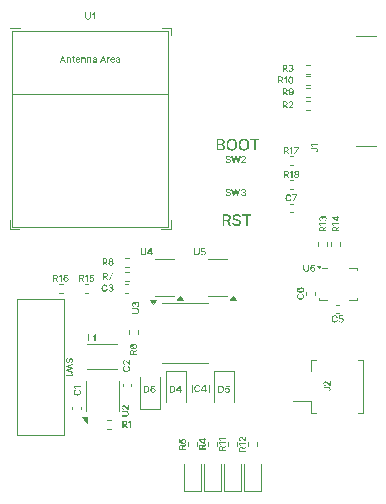
<source format=gbr>
%TF.GenerationSoftware,KiCad,Pcbnew,9.0.0*%
%TF.CreationDate,2025-03-07T19:36:38+09:00*%
%TF.ProjectId,hotdoggu_smolSlimeVR,686f7464-6f67-4677-955f-736d6f6c536c,rev?*%
%TF.SameCoordinates,Original*%
%TF.FileFunction,Legend,Top*%
%TF.FilePolarity,Positive*%
%FSLAX46Y46*%
G04 Gerber Fmt 4.6, Leading zero omitted, Abs format (unit mm)*
G04 Created by KiCad (PCBNEW 9.0.0) date 2025-03-07 19:36:38*
%MOMM*%
%LPD*%
G01*
G04 APERTURE LIST*
%ADD10C,0.250000*%
%ADD11C,0.100000*%
%ADD12C,0.150000*%
%ADD13C,0.120000*%
G04 APERTURE END LIST*
D10*
G36*
X166728119Y-80742150D02*
G01*
X166790604Y-80755502D01*
X166843457Y-80776475D01*
X166891351Y-80806479D01*
X166929464Y-80842623D01*
X166958923Y-80885347D01*
X166979786Y-80933240D01*
X166992709Y-80987154D01*
X166997208Y-81048257D01*
X166991776Y-81114502D01*
X166976255Y-81171861D01*
X166951229Y-81221913D01*
X166916361Y-81265262D01*
X166871812Y-81300626D01*
X166816041Y-81328342D01*
X167035493Y-81730000D01*
X166864035Y-81730000D01*
X166662534Y-81354842D01*
X166653009Y-81354842D01*
X166450104Y-81354842D01*
X166450104Y-81730000D01*
X166301605Y-81730000D01*
X166301605Y-81225882D01*
X166450104Y-81225882D01*
X166637866Y-81225882D01*
X166707889Y-81219955D01*
X166758616Y-81204261D01*
X166794792Y-81180758D01*
X166821727Y-81147528D01*
X166838661Y-81104560D01*
X166844801Y-81048867D01*
X166838662Y-80992653D01*
X166821632Y-80948580D01*
X166794426Y-80913862D01*
X166757869Y-80888981D01*
X166707203Y-80872531D01*
X166637866Y-80866357D01*
X166450104Y-80866357D01*
X166450104Y-81225882D01*
X166301605Y-81225882D01*
X166301605Y-80737397D01*
X166654169Y-80737397D01*
X166728119Y-80742150D01*
G37*
G36*
X167701910Y-80996294D02*
G01*
X167691723Y-80953490D01*
X167671102Y-80918317D01*
X167639262Y-80889193D01*
X167600352Y-80868489D01*
X167553485Y-80855398D01*
X167496807Y-80850725D01*
X167439261Y-80855702D01*
X167391782Y-80869654D01*
X167351104Y-80892779D01*
X167321929Y-80922227D01*
X167303342Y-80957930D01*
X167297138Y-80997821D01*
X167303063Y-81037206D01*
X167320126Y-81069125D01*
X167349223Y-81095457D01*
X167405601Y-81124883D01*
X167478122Y-81147663D01*
X167574049Y-81173797D01*
X167659018Y-81199953D01*
X167724993Y-81231136D01*
X167775279Y-81266537D01*
X167812528Y-81305910D01*
X167838597Y-81349607D01*
X167854411Y-81398560D01*
X167859874Y-81454188D01*
X167854897Y-81509290D01*
X167840366Y-81559144D01*
X167816338Y-81604825D01*
X167783732Y-81644820D01*
X167741941Y-81679227D01*
X167689576Y-81708201D01*
X167632863Y-81728382D01*
X167567430Y-81741133D01*
X167491800Y-81745631D01*
X167418934Y-81741390D01*
X167355291Y-81729323D01*
X167299581Y-81710155D01*
X167248044Y-81682506D01*
X167205690Y-81648713D01*
X167171414Y-81608550D01*
X167146048Y-81562501D01*
X167130556Y-81510811D01*
X167125191Y-81452112D01*
X167271493Y-81452112D01*
X167282066Y-81501169D01*
X167304405Y-81540329D01*
X167339148Y-81571730D01*
X167381961Y-81593902D01*
X167432604Y-81607827D01*
X167492838Y-81612763D01*
X167553893Y-81607504D01*
X167605983Y-81592552D01*
X167651252Y-81567660D01*
X167684385Y-81535643D01*
X167705712Y-81496344D01*
X167712901Y-81451013D01*
X167706735Y-81412649D01*
X167688904Y-81381770D01*
X167661579Y-81356679D01*
X167624790Y-81335547D01*
X167581980Y-81318712D01*
X167525017Y-81301598D01*
X167407109Y-81270029D01*
X167326152Y-81242095D01*
X167263315Y-81209003D01*
X167215439Y-81171416D01*
X167186322Y-81137110D01*
X167165665Y-81098836D01*
X167153022Y-81055794D01*
X167148639Y-81006857D01*
X167153904Y-80952169D01*
X167169282Y-80902896D01*
X167194801Y-80857869D01*
X167228841Y-80818427D01*
X167270669Y-80785013D01*
X167321318Y-80757424D01*
X167375975Y-80737921D01*
X167435795Y-80725908D01*
X167501631Y-80721765D01*
X167566988Y-80725880D01*
X167625722Y-80737755D01*
X167678768Y-80756936D01*
X167727939Y-80783996D01*
X167768405Y-80816483D01*
X167801195Y-80854572D01*
X167825850Y-80897989D01*
X167840618Y-80944879D01*
X167845647Y-80996294D01*
X167701910Y-80996294D01*
G37*
G36*
X167973203Y-80737397D02*
G01*
X168739148Y-80737397D01*
X168739148Y-80866357D01*
X168430425Y-80866357D01*
X168430425Y-81728046D01*
X168281926Y-81728046D01*
X168281926Y-80866357D01*
X167973203Y-80866357D01*
X167973203Y-80737397D01*
G37*
G36*
X166231098Y-74341509D02*
G01*
X166288118Y-74353029D01*
X166336130Y-74371041D01*
X166380045Y-74396987D01*
X166414697Y-74427785D01*
X166441277Y-74463670D01*
X166460439Y-74504251D01*
X166472123Y-74548778D01*
X166476142Y-74598126D01*
X166470568Y-74654560D01*
X166454995Y-74700134D01*
X166430163Y-74737161D01*
X166396915Y-74767681D01*
X166357204Y-74791324D01*
X166309935Y-74808175D01*
X166309935Y-74817761D01*
X166360101Y-74827193D01*
X166409220Y-74850673D01*
X166451912Y-74886348D01*
X166486767Y-74935242D01*
X166503085Y-74972592D01*
X166513214Y-75014834D01*
X166516748Y-75062920D01*
X166512548Y-75113962D01*
X166500365Y-75159766D01*
X166480416Y-75201284D01*
X166452684Y-75237707D01*
X166415966Y-75269139D01*
X166368797Y-75295744D01*
X166317421Y-75313990D01*
X166255515Y-75325766D01*
X166181097Y-75330000D01*
X165801605Y-75330000D01*
X165801605Y-75201039D01*
X165950104Y-75201039D01*
X166167541Y-75201039D01*
X166235496Y-75195815D01*
X166284919Y-75182013D01*
X166320254Y-75161533D01*
X166347782Y-75132241D01*
X166364111Y-75097687D01*
X166369774Y-75056142D01*
X166363650Y-75010085D01*
X166345533Y-74968948D01*
X166316589Y-74934257D01*
X166276657Y-74907154D01*
X166229458Y-74890394D01*
X166173098Y-74884501D01*
X165950104Y-74884501D01*
X165950104Y-75201039D01*
X165801605Y-75201039D01*
X165801605Y-74767264D01*
X165950104Y-74767264D01*
X166150628Y-74767264D01*
X166199020Y-74762316D01*
X166241608Y-74747969D01*
X166278323Y-74724417D01*
X166305783Y-74693197D01*
X166323182Y-74655390D01*
X166329169Y-74610949D01*
X166323973Y-74569824D01*
X166309049Y-74535476D01*
X166284167Y-74506290D01*
X166251845Y-74485131D01*
X166209252Y-74471410D01*
X166153375Y-74466357D01*
X165950104Y-74466357D01*
X165950104Y-74767264D01*
X165801605Y-74767264D01*
X165801605Y-74337397D01*
X166163389Y-74337397D01*
X166231098Y-74341509D01*
G37*
G36*
X167170260Y-74332730D02*
G01*
X167246080Y-74353340D01*
X167315849Y-74387344D01*
X167377895Y-74433866D01*
X167430601Y-74492425D01*
X167474485Y-74564542D01*
X167505580Y-74643451D01*
X167525016Y-74733178D01*
X167531821Y-74835652D01*
X167525018Y-74938085D01*
X167505584Y-75027814D01*
X167474485Y-75106762D01*
X167430607Y-75178844D01*
X167377902Y-75237406D01*
X167315849Y-75283960D01*
X167246080Y-75317964D01*
X167170260Y-75338574D01*
X167086933Y-75345631D01*
X167002769Y-75338513D01*
X166926520Y-75317764D01*
X166856673Y-75283593D01*
X166794646Y-75236864D01*
X166741960Y-75178195D01*
X166698098Y-75106090D01*
X166667014Y-75027151D01*
X166647609Y-74937633D01*
X166640823Y-74835652D01*
X166640827Y-74835591D01*
X166787796Y-74835591D01*
X166792485Y-74913729D01*
X166805718Y-74980664D01*
X166826570Y-75038068D01*
X166856496Y-75090927D01*
X166891892Y-75132953D01*
X166932937Y-75165563D01*
X166979674Y-75189438D01*
X167030673Y-75203899D01*
X167086994Y-75208855D01*
X167142946Y-75203907D01*
X167193727Y-75189455D01*
X167240378Y-75165563D01*
X167281397Y-75132941D01*
X167316669Y-75090916D01*
X167346379Y-75038068D01*
X167367062Y-74980681D01*
X167380194Y-74913746D01*
X167384848Y-74835591D01*
X167380196Y-74757520D01*
X167367065Y-74690622D01*
X167346379Y-74633236D01*
X167316669Y-74580388D01*
X167281397Y-74538363D01*
X167240378Y-74505741D01*
X167193727Y-74481849D01*
X167142946Y-74467397D01*
X167086994Y-74462449D01*
X167030673Y-74467405D01*
X166979674Y-74481866D01*
X166932937Y-74505741D01*
X166891892Y-74538351D01*
X166856496Y-74580377D01*
X166826570Y-74633236D01*
X166805715Y-74690640D01*
X166792483Y-74757536D01*
X166787796Y-74835591D01*
X166640827Y-74835591D01*
X166647621Y-74733174D01*
X166667037Y-74643448D01*
X166698098Y-74564542D01*
X166741978Y-74492420D01*
X166794664Y-74433862D01*
X166856673Y-74387344D01*
X166926498Y-74353384D01*
X167002750Y-74332752D01*
X167086933Y-74325673D01*
X167170260Y-74332730D01*
G37*
G36*
X168199011Y-74332730D02*
G01*
X168274831Y-74353340D01*
X168344600Y-74387344D01*
X168406646Y-74433866D01*
X168459352Y-74492425D01*
X168503236Y-74564542D01*
X168534331Y-74643451D01*
X168553766Y-74733178D01*
X168560572Y-74835652D01*
X168553768Y-74938085D01*
X168534335Y-75027814D01*
X168503236Y-75106762D01*
X168459358Y-75178844D01*
X168406653Y-75237406D01*
X168344600Y-75283960D01*
X168274831Y-75317964D01*
X168199011Y-75338574D01*
X168115683Y-75345631D01*
X168031520Y-75338513D01*
X167955270Y-75317764D01*
X167885423Y-75283593D01*
X167823397Y-75236864D01*
X167770711Y-75178195D01*
X167726849Y-75106090D01*
X167695764Y-75027151D01*
X167676360Y-74937633D01*
X167669574Y-74835652D01*
X167669578Y-74835591D01*
X167816547Y-74835591D01*
X167821236Y-74913729D01*
X167834469Y-74980664D01*
X167855321Y-75038068D01*
X167885247Y-75090927D01*
X167920643Y-75132953D01*
X167961688Y-75165563D01*
X168008425Y-75189438D01*
X168059424Y-75203899D01*
X168115744Y-75208855D01*
X168171697Y-75203907D01*
X168222478Y-75189455D01*
X168269129Y-75165563D01*
X168310148Y-75132941D01*
X168345420Y-75090916D01*
X168375130Y-75038068D01*
X168395813Y-74980681D01*
X168408945Y-74913746D01*
X168413599Y-74835591D01*
X168408946Y-74757520D01*
X168395816Y-74690622D01*
X168375130Y-74633236D01*
X168345420Y-74580388D01*
X168310148Y-74538363D01*
X168269129Y-74505741D01*
X168222478Y-74481849D01*
X168171697Y-74467397D01*
X168115744Y-74462449D01*
X168059424Y-74467405D01*
X168008425Y-74481866D01*
X167961688Y-74505741D01*
X167920643Y-74538351D01*
X167885247Y-74580377D01*
X167855321Y-74633236D01*
X167834465Y-74690640D01*
X167821234Y-74757536D01*
X167816547Y-74835591D01*
X167669578Y-74835591D01*
X167676372Y-74733174D01*
X167695787Y-74643448D01*
X167726849Y-74564542D01*
X167770729Y-74492420D01*
X167823415Y-74433862D01*
X167885423Y-74387344D01*
X167955249Y-74353384D01*
X168031501Y-74332752D01*
X168115683Y-74325673D01*
X168199011Y-74332730D01*
G37*
G36*
X168641660Y-74337397D02*
G01*
X169407606Y-74337397D01*
X169407606Y-74466357D01*
X169098883Y-74466357D01*
X169098883Y-75328046D01*
X168950383Y-75328046D01*
X168950383Y-74466357D01*
X168641660Y-74466357D01*
X168641660Y-74337397D01*
G37*
D11*
G36*
X166902636Y-78753776D02*
G01*
X166896524Y-78728094D01*
X166884152Y-78706990D01*
X166865047Y-78689516D01*
X166841701Y-78677093D01*
X166813581Y-78669239D01*
X166779574Y-78666435D01*
X166745047Y-78669421D01*
X166716560Y-78677792D01*
X166692153Y-78691667D01*
X166674648Y-78709336D01*
X166663495Y-78730758D01*
X166659773Y-78754692D01*
X166663328Y-78778324D01*
X166673566Y-78797475D01*
X166691024Y-78813274D01*
X166724851Y-78830930D01*
X166768364Y-78844598D01*
X166825920Y-78860278D01*
X166876901Y-78875972D01*
X166916486Y-78894681D01*
X166946658Y-78915922D01*
X166969007Y-78939546D01*
X166984649Y-78965764D01*
X166994137Y-78995136D01*
X166997415Y-79028513D01*
X166994428Y-79061574D01*
X166985710Y-79091486D01*
X166971293Y-79118895D01*
X166951730Y-79142892D01*
X166926655Y-79163536D01*
X166895236Y-79180920D01*
X166861208Y-79193029D01*
X166821949Y-79200679D01*
X166776570Y-79203378D01*
X166732851Y-79200834D01*
X166694665Y-79193594D01*
X166661239Y-79182093D01*
X166630317Y-79165503D01*
X166604904Y-79145228D01*
X166584339Y-79121130D01*
X166569119Y-79093501D01*
X166559824Y-79062486D01*
X166556605Y-79027267D01*
X166644386Y-79027267D01*
X166650730Y-79056701D01*
X166664133Y-79080197D01*
X166684979Y-79099038D01*
X166710667Y-79112341D01*
X166741053Y-79120696D01*
X166777193Y-79123658D01*
X166813826Y-79120502D01*
X166845080Y-79111531D01*
X166872242Y-79096596D01*
X166892122Y-79077386D01*
X166904918Y-79053806D01*
X166909231Y-79026608D01*
X166905532Y-79003589D01*
X166894833Y-78985062D01*
X166878438Y-78970007D01*
X166856364Y-78957328D01*
X166830678Y-78947227D01*
X166796501Y-78936958D01*
X166725756Y-78918017D01*
X166677182Y-78901257D01*
X166639479Y-78881402D01*
X166610754Y-78858849D01*
X166593284Y-78838266D01*
X166580890Y-78815301D01*
X166573304Y-78789476D01*
X166570674Y-78760114D01*
X166573833Y-78727301D01*
X166583060Y-78697737D01*
X166598371Y-78670721D01*
X166618795Y-78647056D01*
X166643892Y-78627008D01*
X166674281Y-78610454D01*
X166707075Y-78598753D01*
X166742967Y-78591545D01*
X166782469Y-78589059D01*
X166821683Y-78591528D01*
X166856923Y-78598653D01*
X166888751Y-78610161D01*
X166918254Y-78626397D01*
X166942533Y-78645889D01*
X166962207Y-78668743D01*
X166977000Y-78694793D01*
X166985861Y-78722927D01*
X166988878Y-78753776D01*
X166902636Y-78753776D01*
G37*
G36*
X167048046Y-78598438D02*
G01*
X167143228Y-78598438D01*
X167258889Y-79059104D01*
X167263798Y-79059104D01*
X167384369Y-78598438D01*
X167477901Y-78598438D01*
X167598472Y-79059104D01*
X167603418Y-79059104D01*
X167719079Y-78598438D01*
X167814224Y-78598438D01*
X167649360Y-79194000D01*
X167558282Y-79194000D01*
X167433608Y-78748977D01*
X167428699Y-78748977D01*
X167303988Y-79194000D01*
X167212947Y-79194000D01*
X167048046Y-78598438D01*
G37*
G36*
X168088631Y-79203378D02*
G01*
X168048573Y-79200979D01*
X168012444Y-79194050D01*
X167979711Y-79182862D01*
X167949239Y-79166940D01*
X167924155Y-79147742D01*
X167903800Y-79125196D01*
X167888439Y-79099259D01*
X167879240Y-79071080D01*
X167876103Y-79039980D01*
X167967547Y-79039980D01*
X167971605Y-79064177D01*
X167983741Y-79085299D01*
X168002325Y-79102388D01*
X168027045Y-79115451D01*
X168055194Y-79123276D01*
X168087422Y-79126002D01*
X168121849Y-79122844D01*
X168151242Y-79113839D01*
X168176647Y-79098867D01*
X168195389Y-79079291D01*
X168207359Y-79055514D01*
X168211399Y-79028403D01*
X168207403Y-79000135D01*
X168195682Y-78975720D01*
X168176856Y-78955619D01*
X168149814Y-78939743D01*
X168117891Y-78930151D01*
X168078409Y-78926700D01*
X168027814Y-78926700D01*
X168027814Y-78853867D01*
X168078409Y-78853867D01*
X168110566Y-78850789D01*
X168137760Y-78842033D01*
X168161037Y-78827580D01*
X168178133Y-78808658D01*
X168188926Y-78785651D01*
X168192641Y-78758502D01*
X168189378Y-78732437D01*
X168179965Y-78710399D01*
X168164786Y-78692081D01*
X168143988Y-78678049D01*
X168119378Y-78669469D01*
X168089656Y-78666435D01*
X168060598Y-78669175D01*
X168033859Y-78677243D01*
X168010181Y-78690520D01*
X167991947Y-78708127D01*
X167980015Y-78729665D01*
X167976010Y-78754362D01*
X167887826Y-78754362D01*
X167890914Y-78723704D01*
X167899994Y-78695734D01*
X167915194Y-78669806D01*
X167935274Y-78647077D01*
X167959604Y-78627846D01*
X167988723Y-78611993D01*
X168020083Y-78600672D01*
X168053737Y-78593765D01*
X168090096Y-78591404D01*
X168127736Y-78593977D01*
X168160998Y-78601359D01*
X168190553Y-78613239D01*
X168217648Y-78629823D01*
X168239710Y-78649469D01*
X168257305Y-78672333D01*
X168270403Y-78698004D01*
X168278197Y-78724947D01*
X168280825Y-78753630D01*
X168277515Y-78786121D01*
X168267982Y-78814244D01*
X168252322Y-78838919D01*
X168231417Y-78859439D01*
X168205826Y-78875195D01*
X168174690Y-78886254D01*
X168174690Y-78890357D01*
X168212840Y-78899701D01*
X168243932Y-78915233D01*
X168269475Y-78937150D01*
X168287860Y-78964326D01*
X168298996Y-78995691D01*
X168302844Y-79031663D01*
X168299727Y-79063368D01*
X168290541Y-79092530D01*
X168275147Y-79119774D01*
X168254687Y-79143673D01*
X168229325Y-79164119D01*
X168198393Y-79181213D01*
X168165057Y-79193346D01*
X168128643Y-79200808D01*
X168088631Y-79203378D01*
G37*
G36*
X166914946Y-75953776D02*
G01*
X166908834Y-75928094D01*
X166896462Y-75906990D01*
X166877357Y-75889516D01*
X166854011Y-75877093D01*
X166825891Y-75869239D01*
X166791884Y-75866435D01*
X166757357Y-75869421D01*
X166728870Y-75877792D01*
X166704463Y-75891667D01*
X166686958Y-75909336D01*
X166675805Y-75930758D01*
X166672083Y-75954692D01*
X166675638Y-75978324D01*
X166685876Y-75997475D01*
X166703334Y-76013274D01*
X166737161Y-76030930D01*
X166780674Y-76044598D01*
X166838230Y-76060278D01*
X166889211Y-76075972D01*
X166928796Y-76094681D01*
X166958968Y-76115922D01*
X166981317Y-76139546D01*
X166996959Y-76165764D01*
X167006447Y-76195136D01*
X167009725Y-76228513D01*
X167006738Y-76261574D01*
X166998020Y-76291486D01*
X166983603Y-76318895D01*
X166964040Y-76342892D01*
X166938965Y-76363536D01*
X166907546Y-76380920D01*
X166873518Y-76393029D01*
X166834259Y-76400679D01*
X166788880Y-76403378D01*
X166745161Y-76400834D01*
X166706975Y-76393594D01*
X166673549Y-76382093D01*
X166642627Y-76365503D01*
X166617214Y-76345228D01*
X166596649Y-76321130D01*
X166581429Y-76293501D01*
X166572134Y-76262486D01*
X166568915Y-76227267D01*
X166656696Y-76227267D01*
X166663040Y-76256701D01*
X166676443Y-76280197D01*
X166697289Y-76299038D01*
X166722977Y-76312341D01*
X166753363Y-76320696D01*
X166789503Y-76323658D01*
X166826136Y-76320502D01*
X166857390Y-76311531D01*
X166884552Y-76296596D01*
X166904432Y-76277386D01*
X166917228Y-76253806D01*
X166921541Y-76226608D01*
X166917842Y-76203589D01*
X166907143Y-76185062D01*
X166890748Y-76170007D01*
X166868674Y-76157328D01*
X166842988Y-76147227D01*
X166808811Y-76136958D01*
X166738066Y-76118017D01*
X166689492Y-76101257D01*
X166651789Y-76081402D01*
X166623064Y-76058849D01*
X166605594Y-76038266D01*
X166593200Y-76015301D01*
X166585614Y-75989476D01*
X166582984Y-75960114D01*
X166586143Y-75927301D01*
X166595370Y-75897737D01*
X166610681Y-75870721D01*
X166631105Y-75847056D01*
X166656202Y-75827008D01*
X166686591Y-75810454D01*
X166719385Y-75798753D01*
X166755277Y-75791545D01*
X166794779Y-75789059D01*
X166833993Y-75791528D01*
X166869233Y-75798653D01*
X166901061Y-75810161D01*
X166930564Y-75826397D01*
X166954843Y-75845889D01*
X166974517Y-75868743D01*
X166989310Y-75894793D01*
X166998171Y-75922927D01*
X167001188Y-75953776D01*
X166914946Y-75953776D01*
G37*
G36*
X167060356Y-75798438D02*
G01*
X167155538Y-75798438D01*
X167271199Y-76259104D01*
X167276108Y-76259104D01*
X167396679Y-75798438D01*
X167490211Y-75798438D01*
X167610782Y-76259104D01*
X167615728Y-76259104D01*
X167731389Y-75798438D01*
X167826534Y-75798438D01*
X167661670Y-76394000D01*
X167570592Y-76394000D01*
X167445918Y-75948977D01*
X167441009Y-75948977D01*
X167316298Y-76394000D01*
X167225257Y-76394000D01*
X167060356Y-75798438D01*
G37*
G36*
X167890757Y-76329300D02*
G01*
X168095921Y-76120948D01*
X168152745Y-76058153D01*
X168170487Y-76033709D01*
X168182786Y-76011185D01*
X168190608Y-75987707D01*
X168193228Y-75962825D01*
X168189584Y-75935422D01*
X168179013Y-75912157D01*
X168162325Y-75892907D01*
X168140105Y-75878378D01*
X168114244Y-75869507D01*
X168084528Y-75866435D01*
X168053594Y-75869869D01*
X168027961Y-75879624D01*
X168006551Y-75895465D01*
X167990665Y-75916480D01*
X167980932Y-75941614D01*
X167977513Y-75971875D01*
X167890757Y-75971875D01*
X167893647Y-75937023D01*
X167902026Y-75905796D01*
X167915744Y-75877536D01*
X167934526Y-75852322D01*
X167957583Y-75831226D01*
X167985389Y-75813972D01*
X168015891Y-75801604D01*
X168049304Y-75794017D01*
X168086176Y-75791404D01*
X168123095Y-75793968D01*
X168156304Y-75801384D01*
X168186377Y-75813422D01*
X168213947Y-75830188D01*
X168236712Y-75850335D01*
X168255180Y-75874055D01*
X168268907Y-75900742D01*
X168277168Y-75929474D01*
X168279983Y-75960810D01*
X168276809Y-75994312D01*
X168267307Y-76026426D01*
X168251220Y-76057896D01*
X168224002Y-76096329D01*
X168189560Y-76136282D01*
X168137394Y-76190264D01*
X168017263Y-76312813D01*
X168017263Y-76317759D01*
X168289362Y-76317759D01*
X168289362Y-76395172D01*
X167890757Y-76395172D01*
X167890757Y-76329300D01*
G37*
D12*
G36*
X171750521Y-77056290D02*
G01*
X171788012Y-77064301D01*
X171819724Y-77076885D01*
X171848460Y-77094887D01*
X171871328Y-77116573D01*
X171889004Y-77142208D01*
X171901521Y-77170944D01*
X171909275Y-77203292D01*
X171911975Y-77239954D01*
X171908715Y-77279701D01*
X171899403Y-77314116D01*
X171884387Y-77344148D01*
X171863466Y-77370157D01*
X171836737Y-77391375D01*
X171803274Y-77408005D01*
X171934946Y-77649000D01*
X171832071Y-77649000D01*
X171711170Y-77423905D01*
X171705455Y-77423905D01*
X171583712Y-77423905D01*
X171583712Y-77649000D01*
X171494613Y-77649000D01*
X171494613Y-77346529D01*
X171583712Y-77346529D01*
X171696369Y-77346529D01*
X171738383Y-77342973D01*
X171768819Y-77333557D01*
X171790525Y-77319455D01*
X171806686Y-77299516D01*
X171816846Y-77273736D01*
X171820530Y-77240320D01*
X171816847Y-77206592D01*
X171806629Y-77180148D01*
X171790305Y-77159317D01*
X171768371Y-77144388D01*
X171737972Y-77134519D01*
X171696369Y-77130814D01*
X171583712Y-77130814D01*
X171583712Y-77346529D01*
X171494613Y-77346529D01*
X171494613Y-77053438D01*
X171706151Y-77053438D01*
X171750521Y-77056290D01*
G37*
G36*
X172230272Y-77649000D02*
G01*
X172138827Y-77649000D01*
X172138827Y-77143930D01*
X172135567Y-77143930D01*
X171993454Y-77236876D01*
X171993454Y-77150488D01*
X172141282Y-77053438D01*
X172230272Y-77053438D01*
X172230272Y-77649000D01*
G37*
G36*
X172624805Y-77048788D02*
G01*
X172657994Y-77055707D01*
X172688337Y-77066957D01*
X172716437Y-77082736D01*
X172739596Y-77101616D01*
X172758386Y-77123706D01*
X172772549Y-77148815D01*
X172781011Y-77175757D01*
X172783885Y-77205113D01*
X172780630Y-77236297D01*
X172770989Y-77265160D01*
X172755510Y-77290978D01*
X172735012Y-77312237D01*
X172710374Y-77328307D01*
X172682512Y-77338323D01*
X172682512Y-77341620D01*
X172715062Y-77350899D01*
X172744831Y-77368181D01*
X172770018Y-77392053D01*
X172789454Y-77421670D01*
X172801758Y-77455098D01*
X172805904Y-77491390D01*
X172802745Y-77522514D01*
X172793443Y-77551007D01*
X172777840Y-77577522D01*
X172757218Y-77600623D01*
X172731591Y-77620423D01*
X172700244Y-77636983D01*
X172666598Y-77648647D01*
X172629392Y-77655874D01*
X172588063Y-77658378D01*
X172546166Y-77655866D01*
X172508615Y-77648631D01*
X172474820Y-77636983D01*
X172443369Y-77620400D01*
X172417817Y-77600611D01*
X172397407Y-77577558D01*
X172382061Y-77551071D01*
X172372897Y-77522575D01*
X172369783Y-77491426D01*
X172370499Y-77485051D01*
X172461228Y-77485051D01*
X172465096Y-77512628D01*
X172476395Y-77536233D01*
X172494585Y-77555604D01*
X172520506Y-77570854D01*
X172551002Y-77580062D01*
X172588063Y-77583347D01*
X172624692Y-77580116D01*
X172654742Y-77571074D01*
X172680405Y-77555975D01*
X172698852Y-77536452D01*
X172710495Y-77512633D01*
X172714459Y-77485051D01*
X172710303Y-77456165D01*
X172698009Y-77430756D01*
X172678774Y-77409574D01*
X172652873Y-77393094D01*
X172622838Y-77382899D01*
X172588063Y-77379355D01*
X172552844Y-77382899D01*
X172522374Y-77393094D01*
X172496258Y-77409658D01*
X172477238Y-77430976D01*
X172465263Y-77456457D01*
X172461228Y-77485051D01*
X172370499Y-77485051D01*
X172373859Y-77455119D01*
X172385940Y-77421707D01*
X172405257Y-77392151D01*
X172430637Y-77368255D01*
X172460755Y-77350995D01*
X172493981Y-77341693D01*
X172493981Y-77338396D01*
X172465186Y-77328323D01*
X172440419Y-77312311D01*
X172419994Y-77291025D01*
X172404588Y-77265196D01*
X172395032Y-77236365D01*
X172392560Y-77212476D01*
X172479986Y-77212476D01*
X172483550Y-77238791D01*
X172493981Y-77261569D01*
X172510485Y-77280464D01*
X172532486Y-77294762D01*
X172558255Y-77303469D01*
X172588686Y-77306522D01*
X172618377Y-77303488D01*
X172644007Y-77294762D01*
X172665950Y-77280442D01*
X172682109Y-77261569D01*
X172692232Y-77238817D01*
X172695701Y-77212476D01*
X172692269Y-77186158D01*
X172682292Y-77163603D01*
X172666351Y-77144922D01*
X172644630Y-77130814D01*
X172619092Y-77122251D01*
X172588686Y-77119237D01*
X172557835Y-77122251D01*
X172531863Y-77130814D01*
X172509761Y-77144940D01*
X172493578Y-77163603D01*
X172483461Y-77186170D01*
X172479986Y-77212476D01*
X172392560Y-77212476D01*
X172391802Y-77205149D01*
X172394653Y-77175782D01*
X172403046Y-77148839D01*
X172417081Y-77123743D01*
X172435772Y-77101674D01*
X172458935Y-77082792D01*
X172487167Y-77066993D01*
X172517662Y-77055740D01*
X172551196Y-77048801D01*
X172588283Y-77046404D01*
X172624805Y-77048788D01*
G37*
G36*
X171735141Y-75056290D02*
G01*
X171772632Y-75064301D01*
X171804344Y-75076885D01*
X171833080Y-75094887D01*
X171855948Y-75116573D01*
X171873624Y-75142208D01*
X171886141Y-75170944D01*
X171893895Y-75203292D01*
X171896595Y-75239954D01*
X171893335Y-75279701D01*
X171884023Y-75314116D01*
X171869007Y-75344148D01*
X171848086Y-75370157D01*
X171821357Y-75391375D01*
X171787894Y-75408005D01*
X171919566Y-75649000D01*
X171816691Y-75649000D01*
X171695790Y-75423905D01*
X171690075Y-75423905D01*
X171568332Y-75423905D01*
X171568332Y-75649000D01*
X171479233Y-75649000D01*
X171479233Y-75346529D01*
X171568332Y-75346529D01*
X171680989Y-75346529D01*
X171723003Y-75342973D01*
X171753439Y-75333557D01*
X171775145Y-75319455D01*
X171791306Y-75299516D01*
X171801466Y-75273736D01*
X171805150Y-75240320D01*
X171801467Y-75206592D01*
X171791249Y-75180148D01*
X171774925Y-75159317D01*
X171752991Y-75144388D01*
X171722592Y-75134519D01*
X171680989Y-75130814D01*
X171568332Y-75130814D01*
X171568332Y-75346529D01*
X171479233Y-75346529D01*
X171479233Y-75053438D01*
X171690771Y-75053438D01*
X171735141Y-75056290D01*
G37*
G36*
X172214892Y-75649000D02*
G01*
X172123447Y-75649000D01*
X172123447Y-75143930D01*
X172120187Y-75143930D01*
X171978074Y-75236876D01*
X171978074Y-75150488D01*
X172125902Y-75053438D01*
X172214892Y-75053438D01*
X172214892Y-75649000D01*
G37*
G36*
X172650316Y-75135687D02*
G01*
X172650316Y-75130777D01*
X172345025Y-75130777D01*
X172345025Y-75053438D01*
X172743629Y-75053438D01*
X172743629Y-75134038D01*
X172480066Y-75649000D01*
X172385947Y-75649000D01*
X172650316Y-75135687D01*
G37*
G36*
X172050354Y-79248197D02*
G01*
X172039491Y-79212982D01*
X172021448Y-79183607D01*
X171996953Y-79159741D01*
X171967299Y-79142464D01*
X171933967Y-79132039D01*
X171896957Y-79128469D01*
X171863302Y-79131466D01*
X171832826Y-79140212D01*
X171804890Y-79154664D01*
X171780351Y-79174330D01*
X171759185Y-79199609D01*
X171741289Y-79231344D01*
X171728826Y-79265778D01*
X171720929Y-79305791D01*
X171718135Y-79352354D01*
X171720936Y-79399243D01*
X171728839Y-79439404D01*
X171741289Y-79473841D01*
X171759193Y-79505565D01*
X171780358Y-79530779D01*
X171804890Y-79550338D01*
X171832813Y-79564664D01*
X171863290Y-79573339D01*
X171896957Y-79576313D01*
X171933597Y-79572801D01*
X171966676Y-79562538D01*
X171996204Y-79545473D01*
X172020642Y-79521981D01*
X172038879Y-79493020D01*
X172050354Y-79458234D01*
X172141432Y-79458234D01*
X172132378Y-79496131D01*
X172118130Y-79530627D01*
X172098641Y-79562208D01*
X172074386Y-79590241D01*
X172046023Y-79613779D01*
X172013131Y-79633063D01*
X171977593Y-79646957D01*
X171938985Y-79655459D01*
X171896737Y-79658378D01*
X171846232Y-79654126D01*
X171800570Y-79641744D01*
X171758838Y-79621376D01*
X171721779Y-79593454D01*
X171690300Y-79558319D01*
X171664096Y-79515057D01*
X171645580Y-79467702D01*
X171634004Y-79413864D01*
X171629951Y-79352391D01*
X171634030Y-79290904D01*
X171645679Y-79237069D01*
X171664316Y-79189725D01*
X171690631Y-79146436D01*
X171722173Y-79111302D01*
X171759241Y-79083406D01*
X171800968Y-79063024D01*
X171846500Y-79050648D01*
X171896737Y-79046404D01*
X171937940Y-79049158D01*
X171975962Y-79057208D01*
X172011300Y-79070400D01*
X172044051Y-79088854D01*
X172072633Y-79111935D01*
X172097432Y-79139936D01*
X172117235Y-79171645D01*
X172131935Y-79207505D01*
X172141432Y-79248197D01*
X172050354Y-79248197D01*
G37*
G36*
X172518494Y-79135687D02*
G01*
X172518494Y-79130777D01*
X172213203Y-79130777D01*
X172213203Y-79053438D01*
X172611807Y-79053438D01*
X172611807Y-79134038D01*
X172348245Y-79649000D01*
X172254126Y-79649000D01*
X172518494Y-79135687D01*
G37*
G36*
X159889759Y-95257659D02*
G01*
X159939233Y-95269701D01*
X159982448Y-95289012D01*
X160012013Y-95308734D01*
X160037740Y-95332191D01*
X160059922Y-95359627D01*
X160078692Y-95391447D01*
X160096739Y-95437167D01*
X160108078Y-95489742D01*
X160112068Y-95550413D01*
X160108030Y-95611333D01*
X160096545Y-95664176D01*
X160078252Y-95710184D01*
X160059265Y-95742143D01*
X160036781Y-95769726D01*
X160010656Y-95793335D01*
X159980580Y-95813206D01*
X159936666Y-95832586D01*
X159885956Y-95844727D01*
X159827110Y-95849000D01*
X159634659Y-95849000D01*
X159634659Y-95769279D01*
X159723758Y-95769279D01*
X159821871Y-95769279D01*
X159872014Y-95765276D01*
X159912836Y-95754148D01*
X159946116Y-95736715D01*
X159973179Y-95713078D01*
X159994259Y-95683802D01*
X160010055Y-95647937D01*
X160020221Y-95604115D01*
X160023884Y-95550632D01*
X160020258Y-95497294D01*
X160010202Y-95453662D01*
X159994597Y-95418020D01*
X159973802Y-95388993D01*
X159947036Y-95365388D01*
X159914493Y-95348080D01*
X159874964Y-95337093D01*
X159826817Y-95333159D01*
X159723758Y-95333159D01*
X159723758Y-95769279D01*
X159634659Y-95769279D01*
X159634659Y-95253438D01*
X159832788Y-95253438D01*
X159889759Y-95257659D01*
G37*
G36*
X160463294Y-95248816D02*
G01*
X160495264Y-95255808D01*
X160524374Y-95267176D01*
X160551287Y-95282985D01*
X160574292Y-95302194D01*
X160593764Y-95324989D01*
X160609283Y-95350673D01*
X160620493Y-95378665D01*
X160627432Y-95409362D01*
X160537673Y-95409362D01*
X160529154Y-95385564D01*
X160516627Y-95365607D01*
X160499938Y-95348912D01*
X160479935Y-95336509D01*
X160456362Y-95328830D01*
X160428313Y-95326124D01*
X160398988Y-95329071D01*
X160373318Y-95337589D01*
X160350534Y-95351623D01*
X160331182Y-95370401D01*
X160314626Y-95394520D01*
X160300929Y-95424933D01*
X160291774Y-95457228D01*
X160285907Y-95495043D01*
X160283819Y-95539239D01*
X160290377Y-95539239D01*
X160308214Y-95516051D01*
X160329429Y-95496648D01*
X160354344Y-95480767D01*
X160381616Y-95469191D01*
X160410876Y-95462170D01*
X160442565Y-95459774D01*
X160476785Y-95462630D01*
X160508648Y-95471047D01*
X160538662Y-95485053D01*
X160565805Y-95504033D01*
X160588742Y-95527181D01*
X160607795Y-95554882D01*
X160621769Y-95585487D01*
X160630270Y-95618774D01*
X160633184Y-95655339D01*
X160630163Y-95692705D01*
X160621313Y-95727036D01*
X160606696Y-95758911D01*
X160586678Y-95787626D01*
X160561993Y-95811839D01*
X160532178Y-95831890D01*
X160499258Y-95846393D01*
X160462832Y-95855300D01*
X160422195Y-95858378D01*
X160382645Y-95855327D01*
X160345743Y-95846344D01*
X160310967Y-95831451D01*
X160280110Y-95810236D01*
X160252447Y-95780457D01*
X160227839Y-95740556D01*
X160214610Y-95708635D01*
X160204504Y-95670606D01*
X160202619Y-95657574D01*
X160294444Y-95657574D01*
X160298566Y-95689599D01*
X160310967Y-95719636D01*
X160330486Y-95745685D01*
X160356030Y-95765981D01*
X160386100Y-95778941D01*
X160420107Y-95783347D01*
X160453804Y-95779003D01*
X160483781Y-95766201D01*
X160509313Y-95746100D01*
X160528661Y-95720259D01*
X160540865Y-95690192D01*
X160545000Y-95656732D01*
X160540971Y-95624012D01*
X160529027Y-95594266D01*
X160510059Y-95568685D01*
X160485100Y-95549167D01*
X160455679Y-95536815D01*
X160422378Y-95532607D01*
X160388519Y-95536937D01*
X160357788Y-95549790D01*
X160331426Y-95569923D01*
X160311407Y-95595732D01*
X160298675Y-95625607D01*
X160294444Y-95657574D01*
X160202619Y-95657574D01*
X160197974Y-95625468D01*
X160195635Y-95572101D01*
X160199082Y-95504179D01*
X160208781Y-95446023D01*
X160223955Y-95396283D01*
X160246373Y-95349781D01*
X160273260Y-95313054D01*
X160304592Y-95284652D01*
X160341116Y-95263600D01*
X160381871Y-95250815D01*
X160427947Y-95246404D01*
X160463294Y-95248816D01*
G37*
G36*
X174854610Y-95387926D02*
G01*
X175276588Y-95387926D01*
X175313867Y-95390600D01*
X175346155Y-95398213D01*
X175374261Y-95410384D01*
X175399485Y-95427484D01*
X175420198Y-95448543D01*
X175436800Y-95473949D01*
X175448544Y-95502100D01*
X175455837Y-95533825D01*
X175458378Y-95569790D01*
X175456213Y-95603381D01*
X175449957Y-95633590D01*
X175439840Y-95660904D01*
X175425387Y-95685922D01*
X175407322Y-95706755D01*
X175385399Y-95723846D01*
X175360578Y-95736300D01*
X175332393Y-95743989D01*
X175300109Y-95746670D01*
X175300109Y-95658486D01*
X175323710Y-95655553D01*
X175343050Y-95647199D01*
X175359130Y-95633390D01*
X175371030Y-95615539D01*
X175378397Y-95594219D01*
X175381002Y-95568507D01*
X175377796Y-95540953D01*
X175368868Y-95519378D01*
X175354478Y-95502378D01*
X175335455Y-95490240D01*
X175310094Y-95482308D01*
X175276515Y-95479371D01*
X174854610Y-95479371D01*
X174854610Y-95387926D01*
G37*
G36*
X175384300Y-95277724D02*
G01*
X175175948Y-95072560D01*
X175113153Y-95015737D01*
X175088709Y-94997994D01*
X175066185Y-94985695D01*
X175042707Y-94977873D01*
X175017825Y-94975254D01*
X174990422Y-94978898D01*
X174967157Y-94989469D01*
X174947907Y-95006156D01*
X174933378Y-95028376D01*
X174924507Y-95054237D01*
X174921435Y-95083954D01*
X174924869Y-95114888D01*
X174934624Y-95140521D01*
X174950465Y-95161930D01*
X174971480Y-95177816D01*
X174996614Y-95187549D01*
X175026875Y-95190969D01*
X175026875Y-95277724D01*
X174992023Y-95274834D01*
X174960796Y-95266455D01*
X174932536Y-95252738D01*
X174907322Y-95233956D01*
X174886226Y-95210898D01*
X174868972Y-95183092D01*
X174856604Y-95152591D01*
X174849017Y-95119178D01*
X174846404Y-95082305D01*
X174848968Y-95045386D01*
X174856384Y-95012177D01*
X174868422Y-94982105D01*
X174885188Y-94954534D01*
X174905335Y-94931769D01*
X174929055Y-94913301D01*
X174955742Y-94899574D01*
X174984474Y-94891313D01*
X175015810Y-94888499D01*
X175049312Y-94891672D01*
X175081426Y-94901175D01*
X175112896Y-94917261D01*
X175151329Y-94944479D01*
X175191282Y-94978921D01*
X175245264Y-95031087D01*
X175367813Y-95151218D01*
X175372759Y-95151218D01*
X175372759Y-94879120D01*
X175450172Y-94879120D01*
X175450172Y-95277724D01*
X175384300Y-95277724D01*
G37*
G36*
X153903197Y-95670543D02*
G01*
X153867982Y-95681406D01*
X153838607Y-95699449D01*
X153814741Y-95723944D01*
X153797464Y-95753598D01*
X153787039Y-95786930D01*
X153783469Y-95823940D01*
X153786466Y-95857595D01*
X153795212Y-95888071D01*
X153809664Y-95916007D01*
X153829330Y-95940546D01*
X153854609Y-95961712D01*
X153886344Y-95979608D01*
X153920778Y-95992071D01*
X153960791Y-95999968D01*
X154007354Y-96002762D01*
X154054243Y-95999961D01*
X154094404Y-95992058D01*
X154128841Y-95979608D01*
X154160565Y-95961704D01*
X154185779Y-95940539D01*
X154205338Y-95916007D01*
X154219664Y-95888084D01*
X154228339Y-95857607D01*
X154231313Y-95823940D01*
X154227801Y-95787300D01*
X154217538Y-95754221D01*
X154200473Y-95724693D01*
X154176981Y-95700255D01*
X154148020Y-95682018D01*
X154113234Y-95670543D01*
X154113234Y-95579465D01*
X154151131Y-95588519D01*
X154185627Y-95602767D01*
X154217208Y-95622256D01*
X154245241Y-95646511D01*
X154268779Y-95674874D01*
X154288063Y-95707766D01*
X154301957Y-95743304D01*
X154310459Y-95781912D01*
X154313378Y-95824160D01*
X154309126Y-95874665D01*
X154296744Y-95920327D01*
X154276376Y-95962059D01*
X154248454Y-95999118D01*
X154213319Y-96030597D01*
X154170057Y-96056801D01*
X154122702Y-96075317D01*
X154068864Y-96086893D01*
X154007391Y-96090946D01*
X153945904Y-96086867D01*
X153892069Y-96075218D01*
X153844725Y-96056581D01*
X153801436Y-96030266D01*
X153766302Y-95998724D01*
X153738406Y-95961656D01*
X153718024Y-95919929D01*
X153705648Y-95874397D01*
X153701404Y-95824160D01*
X153704158Y-95782957D01*
X153712208Y-95744935D01*
X153725400Y-95709597D01*
X153743854Y-95676846D01*
X153766935Y-95648264D01*
X153794936Y-95623465D01*
X153826645Y-95603662D01*
X153862505Y-95588962D01*
X153903197Y-95579465D01*
X153903197Y-95670543D01*
G37*
G36*
X154304000Y-95261497D02*
G01*
X154304000Y-95352942D01*
X153798930Y-95352942D01*
X153798930Y-95356203D01*
X153891876Y-95498315D01*
X153805488Y-95498315D01*
X153708438Y-95350487D01*
X153708438Y-95261497D01*
X154304000Y-95261497D01*
G37*
G36*
X173799610Y-75146377D02*
G01*
X174221588Y-75146377D01*
X174258867Y-75149051D01*
X174291155Y-75156664D01*
X174319261Y-75168835D01*
X174344485Y-75185935D01*
X174365198Y-75206994D01*
X174381800Y-75232400D01*
X174393544Y-75260551D01*
X174400837Y-75292276D01*
X174403378Y-75328241D01*
X174401213Y-75361832D01*
X174394957Y-75392041D01*
X174384840Y-75419355D01*
X174370387Y-75444373D01*
X174352322Y-75465206D01*
X174330399Y-75482297D01*
X174305578Y-75494751D01*
X174277393Y-75502440D01*
X174245109Y-75505121D01*
X174245109Y-75416937D01*
X174268710Y-75414004D01*
X174288050Y-75405650D01*
X174304130Y-75391841D01*
X174316030Y-75373990D01*
X174323397Y-75352670D01*
X174326002Y-75326958D01*
X174322796Y-75299404D01*
X174313868Y-75277829D01*
X174299478Y-75260829D01*
X174280455Y-75248691D01*
X174255094Y-75240759D01*
X174221515Y-75237822D01*
X173799610Y-75237822D01*
X173799610Y-75146377D01*
G37*
G36*
X174394000Y-74808736D02*
G01*
X174394000Y-74900181D01*
X173888930Y-74900181D01*
X173888930Y-74903441D01*
X173981876Y-75045554D01*
X173895488Y-75045554D01*
X173798438Y-74897726D01*
X173798438Y-74808736D01*
X174394000Y-74808736D01*
G37*
G36*
X159832019Y-83627265D02*
G01*
X159832019Y-84019275D01*
X159828646Y-84059897D01*
X159818831Y-84096584D01*
X159802709Y-84130064D01*
X159780649Y-84159909D01*
X159753255Y-84185127D01*
X159719911Y-84206011D01*
X159683358Y-84220938D01*
X159642561Y-84230172D01*
X159596739Y-84233378D01*
X159550424Y-84230164D01*
X159509317Y-84220922D01*
X159472615Y-84206011D01*
X159439166Y-84185110D01*
X159411779Y-84159890D01*
X159389817Y-84130064D01*
X159373821Y-84096596D01*
X159364077Y-84059909D01*
X159360728Y-84019275D01*
X159360728Y-83627265D01*
X159449827Y-83627265D01*
X159449827Y-84012058D01*
X159451879Y-84038503D01*
X159457832Y-84062325D01*
X159467559Y-84083975D01*
X159481069Y-84103382D01*
X159498004Y-84119784D01*
X159518740Y-84133398D01*
X159541669Y-84143153D01*
X159567497Y-84149205D01*
X159596776Y-84151313D01*
X159626053Y-84149197D01*
X159651725Y-84143140D01*
X159674372Y-84133398D01*
X159694874Y-84119805D01*
X159711681Y-84103406D01*
X159725150Y-84083975D01*
X159734898Y-84062323D01*
X159740863Y-84038501D01*
X159742919Y-84012058D01*
X159742919Y-83627265D01*
X159832019Y-83627265D01*
G37*
G36*
X160305068Y-84031732D02*
G01*
X160387134Y-84031732D01*
X160387134Y-84109108D01*
X160305068Y-84109108D01*
X160305068Y-84225172D01*
X160220658Y-84225172D01*
X160220658Y-84109108D01*
X159932256Y-84109108D01*
X159932256Y-84035065D01*
X159937586Y-84026822D01*
X160027291Y-84026822D01*
X160027291Y-84031732D01*
X160220658Y-84031732D01*
X160220658Y-83737101D01*
X160214100Y-83737101D01*
X160027291Y-84026822D01*
X159937586Y-84026822D01*
X160194426Y-83629610D01*
X160305068Y-83629610D01*
X160305068Y-84031732D01*
G37*
G36*
X154920876Y-90920898D02*
G01*
X155009975Y-90920898D01*
X155009975Y-91439083D01*
X155279619Y-91439083D01*
X155279619Y-91516460D01*
X154920876Y-91516460D01*
X154920876Y-90920898D01*
G37*
G36*
X155552781Y-91516460D02*
G01*
X155461336Y-91516460D01*
X155461336Y-91011390D01*
X155458075Y-91011390D01*
X155315963Y-91104336D01*
X155315963Y-91017948D01*
X155463791Y-90920898D01*
X155552781Y-90920898D01*
X155552781Y-91516460D01*
G37*
G36*
X166599000Y-100449207D02*
G01*
X166373905Y-100570108D01*
X166373905Y-100575823D01*
X166373905Y-100697566D01*
X166599000Y-100697566D01*
X166599000Y-100786665D01*
X166003438Y-100786665D01*
X166003438Y-100584909D01*
X166080814Y-100584909D01*
X166080814Y-100697566D01*
X166296529Y-100697566D01*
X166296529Y-100584909D01*
X166292973Y-100542895D01*
X166283557Y-100512459D01*
X166269455Y-100490753D01*
X166249516Y-100474592D01*
X166223736Y-100464432D01*
X166190320Y-100460748D01*
X166156592Y-100464431D01*
X166130148Y-100474649D01*
X166109317Y-100490973D01*
X166094388Y-100512907D01*
X166084519Y-100543306D01*
X166080814Y-100584909D01*
X166003438Y-100584909D01*
X166003438Y-100575127D01*
X166006290Y-100530757D01*
X166014301Y-100493266D01*
X166026885Y-100461554D01*
X166044887Y-100432818D01*
X166066573Y-100409950D01*
X166092208Y-100392274D01*
X166120944Y-100379757D01*
X166153292Y-100372003D01*
X166189954Y-100369303D01*
X166229701Y-100372563D01*
X166264116Y-100381875D01*
X166294148Y-100396891D01*
X166320157Y-100417812D01*
X166341375Y-100444541D01*
X166358005Y-100478004D01*
X166599000Y-100346332D01*
X166599000Y-100449207D01*
G37*
G36*
X166599000Y-100051006D02*
G01*
X166599000Y-100142451D01*
X166093930Y-100142451D01*
X166093930Y-100145711D01*
X166186876Y-100287824D01*
X166100488Y-100287824D01*
X166003438Y-100139996D01*
X166003438Y-100051006D01*
X166599000Y-100051006D01*
G37*
G36*
X166599000Y-99674677D02*
G01*
X166599000Y-99766121D01*
X166093930Y-99766121D01*
X166093930Y-99769382D01*
X166186876Y-99911495D01*
X166100488Y-99911495D01*
X166003438Y-99763667D01*
X166003438Y-99674677D01*
X166599000Y-99674677D01*
G37*
G36*
X156473097Y-86883197D02*
G01*
X156462234Y-86847982D01*
X156444191Y-86818607D01*
X156419696Y-86794741D01*
X156390042Y-86777464D01*
X156356710Y-86767039D01*
X156319700Y-86763469D01*
X156286045Y-86766466D01*
X156255569Y-86775212D01*
X156227633Y-86789664D01*
X156203094Y-86809330D01*
X156181928Y-86834609D01*
X156164032Y-86866344D01*
X156151569Y-86900778D01*
X156143672Y-86940791D01*
X156140878Y-86987354D01*
X156143679Y-87034243D01*
X156151582Y-87074404D01*
X156164032Y-87108841D01*
X156181936Y-87140565D01*
X156203101Y-87165779D01*
X156227633Y-87185338D01*
X156255556Y-87199664D01*
X156286033Y-87208339D01*
X156319700Y-87211313D01*
X156356340Y-87207801D01*
X156389419Y-87197538D01*
X156418947Y-87180473D01*
X156443385Y-87156981D01*
X156461622Y-87128020D01*
X156473097Y-87093234D01*
X156564175Y-87093234D01*
X156555121Y-87131131D01*
X156540873Y-87165627D01*
X156521384Y-87197208D01*
X156497129Y-87225241D01*
X156468766Y-87248779D01*
X156435874Y-87268063D01*
X156400336Y-87281957D01*
X156361728Y-87290459D01*
X156319480Y-87293378D01*
X156268975Y-87289126D01*
X156223313Y-87276744D01*
X156181581Y-87256376D01*
X156144522Y-87228454D01*
X156113043Y-87193319D01*
X156086839Y-87150057D01*
X156068323Y-87102702D01*
X156056747Y-87048864D01*
X156052694Y-86987391D01*
X156056773Y-86925904D01*
X156068422Y-86872069D01*
X156087059Y-86824725D01*
X156113374Y-86781436D01*
X156144916Y-86746302D01*
X156181984Y-86718406D01*
X156223711Y-86698024D01*
X156269243Y-86685648D01*
X156319480Y-86681404D01*
X156360683Y-86684158D01*
X156398705Y-86692208D01*
X156434043Y-86705400D01*
X156466794Y-86723854D01*
X156495376Y-86746935D01*
X156520175Y-86774936D01*
X156539978Y-86806645D01*
X156554678Y-86842505D01*
X156564175Y-86883197D01*
X156473097Y-86883197D01*
G37*
G36*
X156864887Y-87293378D02*
G01*
X156824829Y-87290979D01*
X156788700Y-87284050D01*
X156755967Y-87272862D01*
X156725495Y-87256940D01*
X156700412Y-87237742D01*
X156680056Y-87215196D01*
X156664695Y-87189259D01*
X156655496Y-87161080D01*
X156652359Y-87129980D01*
X156743803Y-87129980D01*
X156747861Y-87154177D01*
X156759997Y-87175299D01*
X156778581Y-87192388D01*
X156803301Y-87205451D01*
X156831450Y-87213276D01*
X156863678Y-87216002D01*
X156898105Y-87212844D01*
X156927499Y-87203839D01*
X156952903Y-87188867D01*
X156971645Y-87169291D01*
X156983615Y-87145514D01*
X156987656Y-87118403D01*
X156983660Y-87090135D01*
X156971939Y-87065720D01*
X156953112Y-87045619D01*
X156926070Y-87029743D01*
X156894147Y-87020151D01*
X156854665Y-87016700D01*
X156804070Y-87016700D01*
X156804070Y-86943867D01*
X156854665Y-86943867D01*
X156886823Y-86940789D01*
X156914016Y-86932033D01*
X156937293Y-86917580D01*
X156954390Y-86898658D01*
X156965182Y-86875651D01*
X156968898Y-86848502D01*
X156965634Y-86822437D01*
X156956221Y-86800399D01*
X156941043Y-86782081D01*
X156920245Y-86768049D01*
X156895635Y-86759469D01*
X156865913Y-86756435D01*
X156836855Y-86759175D01*
X156810115Y-86767243D01*
X156786437Y-86780520D01*
X156768203Y-86798127D01*
X156756271Y-86819665D01*
X156752267Y-86844362D01*
X156664083Y-86844362D01*
X156667171Y-86813704D01*
X156676250Y-86785734D01*
X156691450Y-86759806D01*
X156711530Y-86737077D01*
X156735860Y-86717846D01*
X156764979Y-86701993D01*
X156796339Y-86690672D01*
X156829993Y-86683765D01*
X156866352Y-86681404D01*
X156903992Y-86683977D01*
X156937254Y-86691359D01*
X156966809Y-86703239D01*
X156993904Y-86719823D01*
X157015966Y-86739469D01*
X157033561Y-86762333D01*
X157046659Y-86788004D01*
X157054454Y-86814947D01*
X157057082Y-86843630D01*
X157053771Y-86876121D01*
X157044238Y-86904244D01*
X157028578Y-86928919D01*
X157007673Y-86949439D01*
X156982082Y-86965195D01*
X156950946Y-86976254D01*
X156950946Y-86980357D01*
X156989096Y-86989701D01*
X157020189Y-87005233D01*
X157045732Y-87027150D01*
X157064116Y-87054326D01*
X157075252Y-87085691D01*
X157079100Y-87121663D01*
X157075983Y-87153368D01*
X157066797Y-87182530D01*
X157051403Y-87209774D01*
X157030944Y-87233673D01*
X157005581Y-87254119D01*
X156974650Y-87271213D01*
X156941313Y-87283346D01*
X156904899Y-87290808D01*
X156864887Y-87293378D01*
G37*
G36*
X172798197Y-87546316D02*
G01*
X172762982Y-87557179D01*
X172733607Y-87575222D01*
X172709741Y-87599717D01*
X172692464Y-87629371D01*
X172682039Y-87662703D01*
X172678469Y-87699713D01*
X172681466Y-87733368D01*
X172690212Y-87763844D01*
X172704664Y-87791780D01*
X172724330Y-87816319D01*
X172749609Y-87837485D01*
X172781344Y-87855381D01*
X172815778Y-87867844D01*
X172855791Y-87875741D01*
X172902354Y-87878535D01*
X172949243Y-87875734D01*
X172989404Y-87867831D01*
X173023841Y-87855381D01*
X173055565Y-87837477D01*
X173080779Y-87816312D01*
X173100338Y-87791780D01*
X173114664Y-87763857D01*
X173123339Y-87733380D01*
X173126313Y-87699713D01*
X173122801Y-87663073D01*
X173112538Y-87629994D01*
X173095473Y-87600466D01*
X173071981Y-87576028D01*
X173043020Y-87557791D01*
X173008234Y-87546316D01*
X173008234Y-87455238D01*
X173046131Y-87464292D01*
X173080627Y-87478540D01*
X173112208Y-87498029D01*
X173140241Y-87522284D01*
X173163779Y-87550647D01*
X173183063Y-87583539D01*
X173196957Y-87619077D01*
X173205459Y-87657685D01*
X173208378Y-87699933D01*
X173204126Y-87750438D01*
X173191744Y-87796100D01*
X173171376Y-87837832D01*
X173143454Y-87874891D01*
X173108319Y-87906370D01*
X173065057Y-87932574D01*
X173017702Y-87951090D01*
X172963864Y-87962666D01*
X172902391Y-87966719D01*
X172840904Y-87962640D01*
X172787069Y-87950991D01*
X172739725Y-87932354D01*
X172696436Y-87906039D01*
X172661302Y-87874497D01*
X172633406Y-87837429D01*
X172613024Y-87795702D01*
X172600648Y-87750170D01*
X172596404Y-87699933D01*
X172599158Y-87658730D01*
X172607208Y-87620708D01*
X172620400Y-87585370D01*
X172638854Y-87552619D01*
X172661935Y-87524037D01*
X172689936Y-87499238D01*
X172721645Y-87479435D01*
X172757505Y-87464735D01*
X172798197Y-87455238D01*
X172798197Y-87546316D01*
G37*
G36*
X173042705Y-86939561D02*
G01*
X173077036Y-86948411D01*
X173108911Y-86963028D01*
X173137626Y-86983046D01*
X173161839Y-87007730D01*
X173181890Y-87037546D01*
X173196393Y-87070466D01*
X173205300Y-87106892D01*
X173208378Y-87147529D01*
X173205327Y-87187079D01*
X173196344Y-87223981D01*
X173181451Y-87258757D01*
X173160236Y-87289614D01*
X173130457Y-87317276D01*
X173090556Y-87341885D01*
X173058635Y-87355114D01*
X173020606Y-87365220D01*
X172975468Y-87371750D01*
X172922101Y-87374088D01*
X172854179Y-87370641D01*
X172796023Y-87360943D01*
X172746283Y-87345768D01*
X172699781Y-87323351D01*
X172663054Y-87296464D01*
X172634652Y-87265131D01*
X172613600Y-87228607D01*
X172600815Y-87187852D01*
X172596404Y-87141777D01*
X172598816Y-87106430D01*
X172605808Y-87074459D01*
X172617176Y-87045350D01*
X172632985Y-87018437D01*
X172652194Y-86995432D01*
X172674989Y-86975960D01*
X172700673Y-86960441D01*
X172728665Y-86949231D01*
X172759362Y-86942291D01*
X172759362Y-87032051D01*
X172735564Y-87040569D01*
X172715607Y-87053096D01*
X172698912Y-87069786D01*
X172686509Y-87089789D01*
X172678830Y-87113362D01*
X172676124Y-87141410D01*
X172679071Y-87170735D01*
X172687589Y-87196405D01*
X172701623Y-87219189D01*
X172720401Y-87238542D01*
X172744520Y-87255097D01*
X172774933Y-87268795D01*
X172807228Y-87277949D01*
X172845043Y-87283816D01*
X172889239Y-87285904D01*
X172889239Y-87279346D01*
X172866051Y-87261509D01*
X172846648Y-87240295D01*
X172830767Y-87215379D01*
X172819191Y-87188108D01*
X172812170Y-87158847D01*
X172811300Y-87147345D01*
X172882607Y-87147345D01*
X172886937Y-87181205D01*
X172899790Y-87211935D01*
X172919923Y-87238298D01*
X172945732Y-87258317D01*
X172975607Y-87271049D01*
X173007574Y-87275280D01*
X173039599Y-87271157D01*
X173069636Y-87258757D01*
X173095685Y-87239238D01*
X173115981Y-87213694D01*
X173128941Y-87183624D01*
X173133347Y-87149617D01*
X173129003Y-87115919D01*
X173116201Y-87085943D01*
X173096100Y-87060411D01*
X173070259Y-87041063D01*
X173040192Y-87028859D01*
X173006732Y-87024723D01*
X172974012Y-87028753D01*
X172944266Y-87040697D01*
X172918685Y-87059665D01*
X172899167Y-87084624D01*
X172886815Y-87114045D01*
X172882607Y-87147345D01*
X172811300Y-87147345D01*
X172809774Y-87127159D01*
X172812630Y-87092939D01*
X172821047Y-87061076D01*
X172835053Y-87031061D01*
X172854033Y-87003919D01*
X172877181Y-86980982D01*
X172904882Y-86961928D01*
X172935487Y-86947955D01*
X172968774Y-86939454D01*
X173005339Y-86936539D01*
X173042705Y-86939561D01*
G37*
G36*
X153491223Y-93241495D02*
G01*
X153516905Y-93235383D01*
X153538009Y-93223011D01*
X153555483Y-93203906D01*
X153567906Y-93180560D01*
X153575760Y-93152440D01*
X153578564Y-93118433D01*
X153575578Y-93083906D01*
X153567207Y-93055419D01*
X153553332Y-93031012D01*
X153535663Y-93013507D01*
X153514241Y-93002354D01*
X153490307Y-92998632D01*
X153466675Y-93002187D01*
X153447524Y-93012425D01*
X153431725Y-93029883D01*
X153414069Y-93063710D01*
X153400401Y-93107223D01*
X153384721Y-93164779D01*
X153369027Y-93215760D01*
X153350318Y-93255345D01*
X153329077Y-93285517D01*
X153305453Y-93307866D01*
X153279235Y-93323508D01*
X153249863Y-93332996D01*
X153216486Y-93336274D01*
X153183425Y-93333287D01*
X153153513Y-93324569D01*
X153126104Y-93310152D01*
X153102107Y-93290589D01*
X153081463Y-93265514D01*
X153064079Y-93234095D01*
X153051970Y-93200067D01*
X153044320Y-93160808D01*
X153041621Y-93115429D01*
X153044165Y-93071710D01*
X153051405Y-93033524D01*
X153062906Y-93000098D01*
X153079496Y-92969176D01*
X153099771Y-92943763D01*
X153123869Y-92923198D01*
X153151498Y-92907978D01*
X153182513Y-92898683D01*
X153217732Y-92895464D01*
X153217732Y-92983245D01*
X153188298Y-92989589D01*
X153164802Y-93002992D01*
X153145961Y-93023838D01*
X153132658Y-93049526D01*
X153124303Y-93079912D01*
X153121341Y-93116052D01*
X153124497Y-93152685D01*
X153133468Y-93183939D01*
X153148403Y-93211101D01*
X153167613Y-93230981D01*
X153191193Y-93243777D01*
X153218391Y-93248090D01*
X153241410Y-93244391D01*
X153259937Y-93233692D01*
X153274992Y-93217297D01*
X153287671Y-93195223D01*
X153297772Y-93169537D01*
X153308041Y-93135360D01*
X153326982Y-93064615D01*
X153343742Y-93016041D01*
X153363597Y-92978338D01*
X153386150Y-92949613D01*
X153406733Y-92932143D01*
X153429698Y-92919749D01*
X153455523Y-92912163D01*
X153484885Y-92909533D01*
X153517698Y-92912692D01*
X153547262Y-92921919D01*
X153574278Y-92937230D01*
X153597943Y-92957654D01*
X153617991Y-92982751D01*
X153634545Y-93013140D01*
X153646246Y-93045934D01*
X153653454Y-93081826D01*
X153655940Y-93121328D01*
X153653471Y-93160542D01*
X153646346Y-93195782D01*
X153634838Y-93227610D01*
X153618602Y-93257113D01*
X153599110Y-93281392D01*
X153576256Y-93301066D01*
X153550206Y-93315859D01*
X153522072Y-93324720D01*
X153491223Y-93327737D01*
X153491223Y-93241495D01*
G37*
G36*
X153646561Y-93386905D02*
G01*
X153646561Y-93482087D01*
X153185895Y-93597748D01*
X153185895Y-93602657D01*
X153646561Y-93723228D01*
X153646561Y-93816760D01*
X153185895Y-93937331D01*
X153185895Y-93942277D01*
X153646561Y-94057938D01*
X153646561Y-94153083D01*
X153051000Y-93988219D01*
X153051000Y-93897141D01*
X153496022Y-93772467D01*
X153496022Y-93767558D01*
X153051000Y-93642847D01*
X153051000Y-93551806D01*
X153646561Y-93386905D01*
G37*
G36*
X153051000Y-94444745D02*
G01*
X153051000Y-94353301D01*
X153556069Y-94353301D01*
X153556069Y-94350040D01*
X153463123Y-94207928D01*
X153549511Y-94207928D01*
X153646561Y-94355756D01*
X153646561Y-94444745D01*
X153051000Y-94444745D01*
G37*
G36*
X171255814Y-69076290D02*
G01*
X171293305Y-69084301D01*
X171325017Y-69096885D01*
X171353753Y-69114887D01*
X171376621Y-69136573D01*
X171394297Y-69162208D01*
X171406814Y-69190944D01*
X171414568Y-69223292D01*
X171417268Y-69259954D01*
X171414008Y-69299701D01*
X171404696Y-69334116D01*
X171389680Y-69364148D01*
X171368759Y-69390157D01*
X171342030Y-69411375D01*
X171308567Y-69428005D01*
X171440239Y-69669000D01*
X171337364Y-69669000D01*
X171216463Y-69443905D01*
X171210748Y-69443905D01*
X171089005Y-69443905D01*
X171089005Y-69669000D01*
X170999906Y-69669000D01*
X170999906Y-69366529D01*
X171089005Y-69366529D01*
X171201662Y-69366529D01*
X171243676Y-69362973D01*
X171274112Y-69353557D01*
X171295818Y-69339455D01*
X171311979Y-69319516D01*
X171322139Y-69293736D01*
X171325823Y-69260320D01*
X171322140Y-69226592D01*
X171311922Y-69200148D01*
X171295598Y-69179317D01*
X171273664Y-69164388D01*
X171243265Y-69154519D01*
X171201662Y-69150814D01*
X171089005Y-69150814D01*
X171089005Y-69366529D01*
X170999906Y-69366529D01*
X170999906Y-69073438D01*
X171211444Y-69073438D01*
X171255814Y-69076290D01*
G37*
G36*
X171735565Y-69669000D02*
G01*
X171644120Y-69669000D01*
X171644120Y-69163930D01*
X171640860Y-69163930D01*
X171498747Y-69256876D01*
X171498747Y-69170488D01*
X171646575Y-69073438D01*
X171735565Y-69073438D01*
X171735565Y-69669000D01*
G37*
G36*
X172134665Y-69070599D02*
G01*
X172173186Y-69082716D01*
X172207406Y-69102600D01*
X172236739Y-69129425D01*
X172261817Y-69163935D01*
X172282620Y-69207454D01*
X172296662Y-69253979D01*
X172305652Y-69308527D01*
X172308852Y-69372391D01*
X172305676Y-69436540D01*
X172296759Y-69491293D01*
X172282840Y-69537951D01*
X172262153Y-69581583D01*
X172237206Y-69616013D01*
X172208028Y-69642621D01*
X172173939Y-69662214D01*
X172135227Y-69674209D01*
X172090755Y-69678378D01*
X172046341Y-69674191D01*
X172007576Y-69662131D01*
X171973335Y-69642401D01*
X171944042Y-69615673D01*
X171919099Y-69581231D01*
X171898524Y-69537731D01*
X171884731Y-69491229D01*
X171875885Y-69436554D01*
X171872872Y-69375249D01*
X171961832Y-69375249D01*
X171963729Y-69423798D01*
X171969003Y-69464578D01*
X171977109Y-69498640D01*
X171989573Y-69531177D01*
X172004387Y-69556226D01*
X172021329Y-69575100D01*
X172041861Y-69589466D01*
X172064757Y-69598055D01*
X172090755Y-69601002D01*
X172116787Y-69598031D01*
X172139692Y-69589371D01*
X172160218Y-69574881D01*
X172177166Y-69555835D01*
X172191982Y-69530549D01*
X172204438Y-69497688D01*
X172212559Y-69463333D01*
X172217848Y-69422134D01*
X172219752Y-69373014D01*
X172217834Y-69324162D01*
X172212490Y-69282930D01*
X172204255Y-69248303D01*
X172191668Y-69215154D01*
X172176777Y-69189611D01*
X172159815Y-69170341D01*
X172139245Y-69155567D01*
X172116468Y-69146782D01*
X172090755Y-69143780D01*
X172064823Y-69146827D01*
X172041932Y-69155734D01*
X172021329Y-69170707D01*
X172004414Y-69190237D01*
X171989593Y-69216103D01*
X171977109Y-69249659D01*
X171968984Y-69284660D01*
X171963719Y-69326196D01*
X171961832Y-69375249D01*
X171872872Y-69375249D01*
X171872732Y-69372391D01*
X171875906Y-69308516D01*
X171884822Y-69253967D01*
X171898744Y-69207454D01*
X171919418Y-69163941D01*
X171944423Y-69129432D01*
X171973738Y-69102600D01*
X172007986Y-69082728D01*
X172046624Y-69070605D01*
X172090755Y-69066404D01*
X172134665Y-69070599D01*
G37*
G36*
X171641048Y-68076290D02*
G01*
X171678539Y-68084301D01*
X171710251Y-68096885D01*
X171738987Y-68114887D01*
X171761855Y-68136573D01*
X171779531Y-68162208D01*
X171792048Y-68190944D01*
X171799802Y-68223292D01*
X171802502Y-68259954D01*
X171799242Y-68299701D01*
X171789930Y-68334116D01*
X171774914Y-68364148D01*
X171753993Y-68390157D01*
X171727264Y-68411375D01*
X171693801Y-68428005D01*
X171825473Y-68669000D01*
X171722598Y-68669000D01*
X171601697Y-68443905D01*
X171595982Y-68443905D01*
X171474239Y-68443905D01*
X171474239Y-68669000D01*
X171385140Y-68669000D01*
X171385140Y-68366529D01*
X171474239Y-68366529D01*
X171586896Y-68366529D01*
X171628910Y-68362973D01*
X171659346Y-68353557D01*
X171681052Y-68339455D01*
X171697213Y-68319516D01*
X171707373Y-68293736D01*
X171711057Y-68260320D01*
X171707374Y-68226592D01*
X171697156Y-68200148D01*
X171680832Y-68179317D01*
X171658898Y-68164388D01*
X171628499Y-68154519D01*
X171586896Y-68150814D01*
X171474239Y-68150814D01*
X171474239Y-68366529D01*
X171385140Y-68366529D01*
X171385140Y-68073438D01*
X171596678Y-68073438D01*
X171641048Y-68076290D01*
G37*
G36*
X172103543Y-68678378D02*
G01*
X172063486Y-68675979D01*
X172027356Y-68669050D01*
X171994623Y-68657862D01*
X171964151Y-68641940D01*
X171939068Y-68622742D01*
X171918712Y-68600196D01*
X171903351Y-68574259D01*
X171894152Y-68546080D01*
X171891015Y-68514980D01*
X171982460Y-68514980D01*
X171986517Y-68539177D01*
X171998653Y-68560299D01*
X172017237Y-68577388D01*
X172041957Y-68590451D01*
X172070106Y-68598276D01*
X172102334Y-68601002D01*
X172136761Y-68597844D01*
X172166155Y-68588839D01*
X172191560Y-68573867D01*
X172210302Y-68554291D01*
X172222272Y-68530514D01*
X172226312Y-68503403D01*
X172222316Y-68475135D01*
X172210595Y-68450720D01*
X172191768Y-68430619D01*
X172164726Y-68414743D01*
X172132804Y-68405151D01*
X172093322Y-68401700D01*
X172042727Y-68401700D01*
X172042727Y-68328867D01*
X172093322Y-68328867D01*
X172125479Y-68325789D01*
X172152673Y-68317033D01*
X172175950Y-68302580D01*
X172193046Y-68283658D01*
X172203839Y-68260651D01*
X172207554Y-68233502D01*
X172204290Y-68207437D01*
X172194878Y-68185399D01*
X172179699Y-68167081D01*
X172158901Y-68153049D01*
X172134291Y-68144469D01*
X172104569Y-68141435D01*
X172075511Y-68144175D01*
X172048772Y-68152243D01*
X172025093Y-68165520D01*
X172006860Y-68183127D01*
X171994927Y-68204665D01*
X171990923Y-68229362D01*
X171902739Y-68229362D01*
X171905827Y-68198704D01*
X171914907Y-68170734D01*
X171930106Y-68144806D01*
X171950186Y-68122077D01*
X171974517Y-68102846D01*
X172003636Y-68086993D01*
X172034996Y-68075672D01*
X172068650Y-68068765D01*
X172105009Y-68066404D01*
X172142648Y-68068977D01*
X172175911Y-68076359D01*
X172205466Y-68088239D01*
X172232560Y-68104823D01*
X172254623Y-68124469D01*
X172272217Y-68147333D01*
X172285315Y-68173004D01*
X172293110Y-68199947D01*
X172295738Y-68228630D01*
X172292427Y-68261121D01*
X172282895Y-68289244D01*
X172267235Y-68313919D01*
X172246329Y-68334439D01*
X172220738Y-68350195D01*
X172189602Y-68361254D01*
X172189602Y-68365357D01*
X172227753Y-68374701D01*
X172258845Y-68390233D01*
X172284388Y-68412150D01*
X172302772Y-68439326D01*
X172313909Y-68470691D01*
X172317756Y-68506663D01*
X172314640Y-68538368D01*
X172305453Y-68567530D01*
X172290059Y-68594774D01*
X172269600Y-68618673D01*
X172244237Y-68639119D01*
X172213306Y-68656213D01*
X172179969Y-68668346D01*
X172143555Y-68675808D01*
X172103543Y-68678378D01*
G37*
G36*
X168299000Y-100523256D02*
G01*
X168073905Y-100644157D01*
X168073905Y-100649872D01*
X168073905Y-100771615D01*
X168299000Y-100771615D01*
X168299000Y-100860714D01*
X167703438Y-100860714D01*
X167703438Y-100658958D01*
X167780814Y-100658958D01*
X167780814Y-100771615D01*
X167996529Y-100771615D01*
X167996529Y-100658958D01*
X167992973Y-100616944D01*
X167983557Y-100586508D01*
X167969455Y-100564802D01*
X167949516Y-100548641D01*
X167923736Y-100538481D01*
X167890320Y-100534797D01*
X167856592Y-100538480D01*
X167830148Y-100548698D01*
X167809317Y-100565022D01*
X167794388Y-100586956D01*
X167784519Y-100617355D01*
X167780814Y-100658958D01*
X167703438Y-100658958D01*
X167703438Y-100649176D01*
X167706290Y-100604806D01*
X167714301Y-100567315D01*
X167726885Y-100535603D01*
X167744887Y-100506867D01*
X167766573Y-100483999D01*
X167792208Y-100466323D01*
X167820944Y-100453806D01*
X167853292Y-100446052D01*
X167889954Y-100443352D01*
X167929701Y-100446612D01*
X167964116Y-100455924D01*
X167994148Y-100470940D01*
X168020157Y-100491861D01*
X168041375Y-100518590D01*
X168058005Y-100552053D01*
X168299000Y-100420381D01*
X168299000Y-100523256D01*
G37*
G36*
X168299000Y-100125055D02*
G01*
X168299000Y-100216500D01*
X167793930Y-100216500D01*
X167793930Y-100219760D01*
X167886876Y-100361873D01*
X167800488Y-100361873D01*
X167703438Y-100214045D01*
X167703438Y-100125055D01*
X168299000Y-100125055D01*
G37*
G36*
X168234300Y-99976165D02*
G01*
X168025948Y-99771001D01*
X167963153Y-99714178D01*
X167938709Y-99696435D01*
X167916185Y-99684136D01*
X167892707Y-99676314D01*
X167867825Y-99673694D01*
X167840422Y-99677338D01*
X167817157Y-99687909D01*
X167797907Y-99704597D01*
X167783378Y-99726817D01*
X167774507Y-99752678D01*
X167771435Y-99782395D01*
X167774869Y-99813328D01*
X167784624Y-99838961D01*
X167800465Y-99860371D01*
X167821480Y-99876257D01*
X167846614Y-99885990D01*
X167876875Y-99889410D01*
X167876875Y-99976165D01*
X167842023Y-99973275D01*
X167810796Y-99964896D01*
X167782536Y-99951179D01*
X167757322Y-99932396D01*
X167736226Y-99909339D01*
X167718972Y-99881533D01*
X167706604Y-99851031D01*
X167699017Y-99817619D01*
X167696404Y-99780746D01*
X167698968Y-99743827D01*
X167706384Y-99710618D01*
X167718422Y-99680545D01*
X167735188Y-99652975D01*
X167755335Y-99630210D01*
X167779055Y-99611742D01*
X167805742Y-99598015D01*
X167834474Y-99589754D01*
X167865810Y-99586939D01*
X167899312Y-99590113D01*
X167931426Y-99599615D01*
X167962896Y-99615702D01*
X168001329Y-99642920D01*
X168041282Y-99677362D01*
X168095264Y-99729528D01*
X168217813Y-99849659D01*
X168222759Y-99849659D01*
X168222759Y-99577560D01*
X168300172Y-99577560D01*
X168300172Y-99976165D01*
X168234300Y-99976165D01*
G37*
G36*
X164899000Y-100326797D02*
G01*
X164673905Y-100447698D01*
X164673905Y-100453413D01*
X164673905Y-100575156D01*
X164899000Y-100575156D01*
X164899000Y-100664255D01*
X164303438Y-100664255D01*
X164303438Y-100462499D01*
X164380814Y-100462499D01*
X164380814Y-100575156D01*
X164596529Y-100575156D01*
X164596529Y-100462499D01*
X164592973Y-100420485D01*
X164583557Y-100390049D01*
X164569455Y-100368343D01*
X164549516Y-100352182D01*
X164523736Y-100342022D01*
X164490320Y-100338338D01*
X164456592Y-100342021D01*
X164430148Y-100352239D01*
X164409317Y-100368563D01*
X164394388Y-100390497D01*
X164384519Y-100420896D01*
X164380814Y-100462499D01*
X164303438Y-100462499D01*
X164303438Y-100452717D01*
X164306290Y-100408347D01*
X164314301Y-100370856D01*
X164326885Y-100339144D01*
X164344887Y-100310408D01*
X164366573Y-100287540D01*
X164392208Y-100269864D01*
X164420944Y-100257347D01*
X164453292Y-100249593D01*
X164489954Y-100246893D01*
X164529701Y-100250153D01*
X164564116Y-100259465D01*
X164594148Y-100274481D01*
X164620157Y-100295402D01*
X164641375Y-100322131D01*
X164658005Y-100355594D01*
X164899000Y-100223922D01*
X164899000Y-100326797D01*
G37*
G36*
X164784108Y-99794946D02*
G01*
X164900172Y-99794946D01*
X164900172Y-99879357D01*
X164784108Y-99879357D01*
X164784108Y-100167759D01*
X164710065Y-100167759D01*
X164304610Y-99905588D01*
X164304610Y-99885915D01*
X164412101Y-99885915D01*
X164701822Y-100072724D01*
X164706732Y-100072724D01*
X164706732Y-99879357D01*
X164412101Y-99879357D01*
X164412101Y-99885915D01*
X164304610Y-99885915D01*
X164304610Y-99794946D01*
X164706732Y-99794946D01*
X164706732Y-99712881D01*
X164784108Y-99712881D01*
X164784108Y-99794946D01*
G37*
G36*
X157757265Y-97398774D02*
G01*
X158149275Y-97398774D01*
X158189897Y-97402147D01*
X158226584Y-97411962D01*
X158260064Y-97428084D01*
X158289909Y-97450144D01*
X158315127Y-97477538D01*
X158336011Y-97510882D01*
X158350938Y-97547435D01*
X158360172Y-97588232D01*
X158363378Y-97634054D01*
X158360164Y-97680369D01*
X158350922Y-97721476D01*
X158336011Y-97758178D01*
X158315110Y-97791627D01*
X158289890Y-97819014D01*
X158260064Y-97840976D01*
X158226596Y-97856972D01*
X158189909Y-97866716D01*
X158149275Y-97870065D01*
X157757265Y-97870065D01*
X157757265Y-97780966D01*
X158142058Y-97780966D01*
X158168503Y-97778914D01*
X158192325Y-97772961D01*
X158213975Y-97763234D01*
X158233382Y-97749724D01*
X158249784Y-97732789D01*
X158263398Y-97712053D01*
X158273153Y-97689124D01*
X158279205Y-97663296D01*
X158281313Y-97634017D01*
X158279197Y-97604740D01*
X158273140Y-97579068D01*
X158263398Y-97556421D01*
X158249805Y-97535919D01*
X158233406Y-97519112D01*
X158213975Y-97505643D01*
X158192323Y-97495895D01*
X158168501Y-97489930D01*
X158142058Y-97487874D01*
X157757265Y-97487874D01*
X157757265Y-97398774D01*
G37*
G36*
X158289300Y-97286814D02*
G01*
X158080948Y-97081650D01*
X158018153Y-97024826D01*
X157993709Y-97007084D01*
X157971185Y-96994785D01*
X157947707Y-96986963D01*
X157922825Y-96984343D01*
X157895422Y-96987987D01*
X157872157Y-96998558D01*
X157852907Y-97015246D01*
X157838378Y-97037466D01*
X157829507Y-97063327D01*
X157826435Y-97093044D01*
X157829869Y-97123977D01*
X157839624Y-97149610D01*
X157855465Y-97171020D01*
X157876480Y-97186906D01*
X157901614Y-97196639D01*
X157931875Y-97200059D01*
X157931875Y-97286814D01*
X157897023Y-97283924D01*
X157865796Y-97275545D01*
X157837536Y-97261828D01*
X157812322Y-97243045D01*
X157791226Y-97219988D01*
X157773972Y-97192182D01*
X157761604Y-97161680D01*
X157754017Y-97128267D01*
X157751404Y-97091395D01*
X157753968Y-97054476D01*
X157761384Y-97021267D01*
X157773422Y-96991194D01*
X157790188Y-96963624D01*
X157810335Y-96940859D01*
X157834055Y-96922391D01*
X157860742Y-96908664D01*
X157889474Y-96900403D01*
X157920810Y-96897588D01*
X157954312Y-96900762D01*
X157986426Y-96910264D01*
X158017896Y-96926351D01*
X158056329Y-96953569D01*
X158096282Y-96988011D01*
X158150264Y-97040177D01*
X158272813Y-97160308D01*
X158277759Y-97160308D01*
X158277759Y-96888209D01*
X158355172Y-96888209D01*
X158355172Y-97286814D01*
X158289300Y-97286814D01*
G37*
G36*
X171653358Y-71176290D02*
G01*
X171690849Y-71184301D01*
X171722561Y-71196885D01*
X171751297Y-71214887D01*
X171774165Y-71236573D01*
X171791841Y-71262208D01*
X171804358Y-71290944D01*
X171812112Y-71323292D01*
X171814812Y-71359954D01*
X171811552Y-71399701D01*
X171802240Y-71434116D01*
X171787224Y-71464148D01*
X171766303Y-71490157D01*
X171739574Y-71511375D01*
X171706111Y-71528005D01*
X171837783Y-71769000D01*
X171734908Y-71769000D01*
X171614007Y-71543905D01*
X171608292Y-71543905D01*
X171486549Y-71543905D01*
X171486549Y-71769000D01*
X171397450Y-71769000D01*
X171397450Y-71466529D01*
X171486549Y-71466529D01*
X171599206Y-71466529D01*
X171641220Y-71462973D01*
X171671656Y-71453557D01*
X171693362Y-71439455D01*
X171709523Y-71419516D01*
X171719683Y-71393736D01*
X171723367Y-71360320D01*
X171719684Y-71326592D01*
X171709466Y-71300148D01*
X171693142Y-71279317D01*
X171671208Y-71264388D01*
X171640809Y-71254519D01*
X171599206Y-71250814D01*
X171486549Y-71250814D01*
X171486549Y-71466529D01*
X171397450Y-71466529D01*
X171397450Y-71173438D01*
X171608988Y-71173438D01*
X171653358Y-71176290D01*
G37*
G36*
X171905670Y-71704300D02*
G01*
X172110834Y-71495948D01*
X172167657Y-71433153D01*
X172185400Y-71408709D01*
X172197699Y-71386185D01*
X172205521Y-71362707D01*
X172208140Y-71337825D01*
X172204496Y-71310422D01*
X172193925Y-71287157D01*
X172177238Y-71267907D01*
X172155018Y-71253378D01*
X172129157Y-71244507D01*
X172099440Y-71241435D01*
X172068506Y-71244869D01*
X172042873Y-71254624D01*
X172021464Y-71270465D01*
X172005578Y-71291480D01*
X171995845Y-71316614D01*
X171992425Y-71346875D01*
X171905670Y-71346875D01*
X171908559Y-71312023D01*
X171916939Y-71280796D01*
X171930656Y-71252536D01*
X171949438Y-71227322D01*
X171972496Y-71206226D01*
X172000302Y-71188972D01*
X172030803Y-71176604D01*
X172064216Y-71169017D01*
X172101089Y-71166404D01*
X172138008Y-71168968D01*
X172171217Y-71176384D01*
X172201289Y-71188422D01*
X172228860Y-71205188D01*
X172251625Y-71225335D01*
X172270093Y-71249055D01*
X172283820Y-71275742D01*
X172292081Y-71304474D01*
X172294895Y-71335810D01*
X172291721Y-71369312D01*
X172282219Y-71401426D01*
X172266133Y-71432896D01*
X172238915Y-71471329D01*
X172204473Y-71511282D01*
X172152306Y-71565264D01*
X172032176Y-71687813D01*
X172032176Y-71692759D01*
X172304274Y-71692759D01*
X172304274Y-71770172D01*
X171905670Y-71770172D01*
X171905670Y-71704300D01*
G37*
G36*
X171641634Y-70076290D02*
G01*
X171679125Y-70084301D01*
X171710837Y-70096885D01*
X171739573Y-70114887D01*
X171762441Y-70136573D01*
X171780117Y-70162208D01*
X171792634Y-70190944D01*
X171800388Y-70223292D01*
X171803088Y-70259954D01*
X171799828Y-70299701D01*
X171790516Y-70334116D01*
X171775500Y-70364148D01*
X171754579Y-70390157D01*
X171727850Y-70411375D01*
X171694387Y-70428005D01*
X171826059Y-70669000D01*
X171723184Y-70669000D01*
X171602283Y-70443905D01*
X171596568Y-70443905D01*
X171474825Y-70443905D01*
X171474825Y-70669000D01*
X171385726Y-70669000D01*
X171385726Y-70366529D01*
X171474825Y-70366529D01*
X171587482Y-70366529D01*
X171629496Y-70362973D01*
X171659932Y-70353557D01*
X171681638Y-70339455D01*
X171697799Y-70319516D01*
X171707959Y-70293736D01*
X171711643Y-70260320D01*
X171707960Y-70226592D01*
X171697742Y-70200148D01*
X171681418Y-70179317D01*
X171659484Y-70164388D01*
X171629085Y-70154519D01*
X171587482Y-70150814D01*
X171474825Y-70150814D01*
X171474825Y-70366529D01*
X171385726Y-70366529D01*
X171385726Y-70073438D01*
X171597264Y-70073438D01*
X171641634Y-70076290D01*
G37*
G36*
X172138487Y-70069456D02*
G01*
X172175267Y-70078448D01*
X172209972Y-70093368D01*
X172240808Y-70114537D01*
X172268457Y-70144192D01*
X172293063Y-70183860D01*
X172306348Y-70215584D01*
X172316487Y-70253335D01*
X172323034Y-70298104D01*
X172325377Y-70350995D01*
X172321914Y-70419490D01*
X172312185Y-70477986D01*
X172296983Y-70527876D01*
X172274536Y-70574500D01*
X172247588Y-70611377D01*
X172216163Y-70639947D01*
X172179578Y-70661100D01*
X172138740Y-70673946D01*
X172092552Y-70678378D01*
X172057135Y-70675957D01*
X172025027Y-70668931D01*
X171995722Y-70657496D01*
X171968663Y-70641585D01*
X171945472Y-70622162D01*
X171925783Y-70599024D01*
X171910139Y-70572936D01*
X171898837Y-70544413D01*
X171891858Y-70513038D01*
X171981690Y-70513038D01*
X171990316Y-70537629D01*
X172003010Y-70558184D01*
X172019902Y-70575320D01*
X172040207Y-70588025D01*
X172064151Y-70595887D01*
X172092662Y-70598658D01*
X172122207Y-70595701D01*
X172148059Y-70587156D01*
X172170991Y-70573085D01*
X172190480Y-70554219D01*
X172207220Y-70529912D01*
X172221146Y-70499190D01*
X172230492Y-70466538D01*
X172236487Y-70428232D01*
X172238622Y-70383382D01*
X172231221Y-70383382D01*
X172213306Y-70406433D01*
X172191984Y-70425806D01*
X172166924Y-70441744D01*
X172139563Y-70453386D01*
X172110453Y-70460418D01*
X172079180Y-70462810D01*
X172044541Y-70459951D01*
X172012388Y-70451538D01*
X171982203Y-70437567D01*
X171954919Y-70418592D01*
X171931810Y-70395466D01*
X171912557Y-70367811D01*
X171898436Y-70337217D01*
X171889853Y-70303967D01*
X171886912Y-70267464D01*
X171887088Y-70265303D01*
X171975096Y-70265303D01*
X171979139Y-70298333D01*
X171991106Y-70328281D01*
X172010195Y-70353947D01*
X172035289Y-70373490D01*
X172064998Y-70385761D01*
X172099220Y-70389976D01*
X172132888Y-70385670D01*
X172163553Y-70372867D01*
X172189881Y-70352732D01*
X172209825Y-70326815D01*
X172222492Y-70296886D01*
X172226678Y-70265303D01*
X172222592Y-70234078D01*
X172210228Y-70204413D01*
X172190725Y-70178627D01*
X172164982Y-70158581D01*
X172134790Y-70145779D01*
X172100869Y-70141435D01*
X172067299Y-70145669D01*
X172037158Y-70158178D01*
X172011362Y-70177818D01*
X171991729Y-70203167D01*
X171979286Y-70232723D01*
X171975096Y-70265303D01*
X171887088Y-70265303D01*
X171889906Y-70230705D01*
X171898688Y-70196834D01*
X171913217Y-70165285D01*
X171933138Y-70136899D01*
X171957859Y-70112860D01*
X171987882Y-70092855D01*
X172021044Y-70078390D01*
X172057879Y-70069486D01*
X172099110Y-70066404D01*
X172138487Y-70069456D01*
G37*
G36*
X166196500Y-95257659D02*
G01*
X166245974Y-95269701D01*
X166289189Y-95289012D01*
X166318754Y-95308734D01*
X166344481Y-95332191D01*
X166366663Y-95359627D01*
X166385433Y-95391447D01*
X166403480Y-95437167D01*
X166414819Y-95489742D01*
X166418809Y-95550413D01*
X166414771Y-95611333D01*
X166403286Y-95664176D01*
X166384993Y-95710184D01*
X166366006Y-95742143D01*
X166343522Y-95769726D01*
X166317397Y-95793335D01*
X166287321Y-95813206D01*
X166243407Y-95832586D01*
X166192697Y-95844727D01*
X166133851Y-95849000D01*
X165941400Y-95849000D01*
X165941400Y-95769279D01*
X166030499Y-95769279D01*
X166128612Y-95769279D01*
X166178755Y-95765276D01*
X166219577Y-95754148D01*
X166252857Y-95736715D01*
X166279920Y-95713078D01*
X166301000Y-95683802D01*
X166316796Y-95647937D01*
X166326962Y-95604115D01*
X166330625Y-95550632D01*
X166326999Y-95497294D01*
X166316943Y-95453662D01*
X166301338Y-95418020D01*
X166280543Y-95388993D01*
X166253777Y-95365388D01*
X166221234Y-95348080D01*
X166181705Y-95337093D01*
X166133558Y-95333159D01*
X166030499Y-95333159D01*
X166030499Y-95769279D01*
X165941400Y-95769279D01*
X165941400Y-95253438D01*
X166139529Y-95253438D01*
X166196500Y-95257659D01*
G37*
G36*
X166713585Y-95858378D02*
G01*
X166677050Y-95855967D01*
X166643621Y-95848948D01*
X166612835Y-95837496D01*
X166584306Y-95821474D01*
X166560481Y-95802149D01*
X166540845Y-95779390D01*
X166525981Y-95753487D01*
X166517111Y-95725701D01*
X166514100Y-95695420D01*
X166600928Y-95695420D01*
X166606656Y-95719190D01*
X166618954Y-95740446D01*
X166636669Y-95758107D01*
X166659510Y-95771880D01*
X166685389Y-95780431D01*
X166713988Y-95783347D01*
X166748096Y-95779247D01*
X166777663Y-95767337D01*
X166802700Y-95748299D01*
X166821700Y-95723190D01*
X166833605Y-95693624D01*
X166837673Y-95660102D01*
X166833487Y-95625853D01*
X166821260Y-95595842D01*
X166801737Y-95570383D01*
X166775794Y-95551035D01*
X166745202Y-95538967D01*
X166709849Y-95534806D01*
X166672951Y-95538521D01*
X166644470Y-95548719D01*
X166622486Y-95564735D01*
X166605838Y-95586976D01*
X166520658Y-95586976D01*
X166559163Y-95253438D01*
X166895339Y-95253438D01*
X166895339Y-95330814D01*
X166633681Y-95330814D01*
X166614044Y-95499781D01*
X166619796Y-95499781D01*
X166640800Y-95483801D01*
X166668413Y-95470728D01*
X166698852Y-95462544D01*
X166731391Y-95459774D01*
X166767622Y-95462713D01*
X166800653Y-95471292D01*
X166831079Y-95485420D01*
X166858547Y-95504672D01*
X166881610Y-95528054D01*
X166900614Y-95555945D01*
X166914492Y-95586761D01*
X166922952Y-95620387D01*
X166925857Y-95657428D01*
X166922740Y-95695238D01*
X166913655Y-95729544D01*
X166898709Y-95760999D01*
X166878308Y-95789209D01*
X166853297Y-95812953D01*
X166823202Y-95832550D01*
X166790116Y-95846711D01*
X166753791Y-95855389D01*
X166713585Y-95858378D01*
G37*
G36*
X158084907Y-98241290D02*
G01*
X158122398Y-98249301D01*
X158154110Y-98261885D01*
X158182846Y-98279887D01*
X158205714Y-98301573D01*
X158223390Y-98327208D01*
X158235907Y-98355944D01*
X158243661Y-98388292D01*
X158246361Y-98424954D01*
X158243101Y-98464701D01*
X158233789Y-98499116D01*
X158218773Y-98529148D01*
X158197852Y-98555157D01*
X158171123Y-98576375D01*
X158137660Y-98593005D01*
X158269332Y-98834000D01*
X158166457Y-98834000D01*
X158045556Y-98608905D01*
X158039841Y-98608905D01*
X157918098Y-98608905D01*
X157918098Y-98834000D01*
X157828999Y-98834000D01*
X157828999Y-98531529D01*
X157918098Y-98531529D01*
X158030755Y-98531529D01*
X158072769Y-98527973D01*
X158103205Y-98518557D01*
X158124911Y-98504455D01*
X158141072Y-98484516D01*
X158151232Y-98458736D01*
X158154916Y-98425320D01*
X158151233Y-98391592D01*
X158141015Y-98365148D01*
X158124691Y-98344317D01*
X158102757Y-98329388D01*
X158072358Y-98319519D01*
X158030755Y-98315814D01*
X157918098Y-98315814D01*
X157918098Y-98531529D01*
X157828999Y-98531529D01*
X157828999Y-98238438D01*
X158040537Y-98238438D01*
X158084907Y-98241290D01*
G37*
G36*
X158564658Y-98834000D02*
G01*
X158473213Y-98834000D01*
X158473213Y-98328930D01*
X158469953Y-98328930D01*
X158327840Y-98421876D01*
X158327840Y-98335488D01*
X158475668Y-98238438D01*
X158564658Y-98238438D01*
X158564658Y-98834000D01*
G37*
G36*
X164323700Y-95398197D02*
G01*
X164312837Y-95362982D01*
X164294794Y-95333607D01*
X164270299Y-95309741D01*
X164240645Y-95292464D01*
X164207313Y-95282039D01*
X164170303Y-95278469D01*
X164136648Y-95281466D01*
X164106172Y-95290212D01*
X164078236Y-95304664D01*
X164053697Y-95324330D01*
X164032531Y-95349609D01*
X164014635Y-95381344D01*
X164002172Y-95415778D01*
X163994275Y-95455791D01*
X163991481Y-95502354D01*
X163994282Y-95549243D01*
X164002185Y-95589404D01*
X164014635Y-95623841D01*
X164032539Y-95655565D01*
X164053704Y-95680779D01*
X164078236Y-95700338D01*
X164106159Y-95714664D01*
X164136636Y-95723339D01*
X164170303Y-95726313D01*
X164206943Y-95722801D01*
X164240022Y-95712538D01*
X164269550Y-95695473D01*
X164293988Y-95671981D01*
X164312225Y-95643020D01*
X164323700Y-95608234D01*
X164414778Y-95608234D01*
X164405724Y-95646131D01*
X164391476Y-95680627D01*
X164371987Y-95712208D01*
X164347732Y-95740241D01*
X164319369Y-95763779D01*
X164286477Y-95783063D01*
X164250939Y-95796957D01*
X164212331Y-95805459D01*
X164170083Y-95808378D01*
X164119578Y-95804126D01*
X164073916Y-95791744D01*
X164032184Y-95771376D01*
X163995125Y-95743454D01*
X163963646Y-95708319D01*
X163937442Y-95665057D01*
X163918926Y-95617702D01*
X163907350Y-95563864D01*
X163903297Y-95502391D01*
X163907376Y-95440904D01*
X163919025Y-95387069D01*
X163937662Y-95339725D01*
X163963977Y-95296436D01*
X163995519Y-95261302D01*
X164032587Y-95233406D01*
X164074314Y-95213024D01*
X164119846Y-95200648D01*
X164170083Y-95196404D01*
X164211286Y-95199158D01*
X164249308Y-95207208D01*
X164284646Y-95220400D01*
X164317397Y-95238854D01*
X164345979Y-95261935D01*
X164370778Y-95289936D01*
X164390581Y-95321645D01*
X164405281Y-95357505D01*
X164414778Y-95398197D01*
X164323700Y-95398197D01*
G37*
G36*
X164866395Y-95606732D02*
G01*
X164948461Y-95606732D01*
X164948461Y-95684108D01*
X164866395Y-95684108D01*
X164866395Y-95800172D01*
X164781985Y-95800172D01*
X164781985Y-95684108D01*
X164493583Y-95684108D01*
X164493583Y-95610065D01*
X164498913Y-95601822D01*
X164588618Y-95601822D01*
X164588618Y-95606732D01*
X164781985Y-95606732D01*
X164781985Y-95312101D01*
X164775427Y-95312101D01*
X164588618Y-95601822D01*
X164498913Y-95601822D01*
X164755753Y-95204610D01*
X164866395Y-95204610D01*
X164866395Y-95606732D01*
G37*
G36*
X162084776Y-95257659D02*
G01*
X162134250Y-95269701D01*
X162177465Y-95289012D01*
X162207030Y-95308734D01*
X162232757Y-95332191D01*
X162254939Y-95359627D01*
X162273709Y-95391447D01*
X162291756Y-95437167D01*
X162303095Y-95489742D01*
X162307085Y-95550413D01*
X162303047Y-95611333D01*
X162291562Y-95664176D01*
X162273269Y-95710184D01*
X162254282Y-95742143D01*
X162231798Y-95769726D01*
X162205673Y-95793335D01*
X162175597Y-95813206D01*
X162131683Y-95832586D01*
X162080973Y-95844727D01*
X162022127Y-95849000D01*
X161829676Y-95849000D01*
X161829676Y-95769279D01*
X161918775Y-95769279D01*
X162016888Y-95769279D01*
X162067031Y-95765276D01*
X162107853Y-95754148D01*
X162141133Y-95736715D01*
X162168196Y-95713078D01*
X162189276Y-95683802D01*
X162205072Y-95647937D01*
X162215238Y-95604115D01*
X162218901Y-95550632D01*
X162215275Y-95497294D01*
X162205219Y-95453662D01*
X162189614Y-95418020D01*
X162168819Y-95388993D01*
X162142053Y-95365388D01*
X162109510Y-95348080D01*
X162069981Y-95337093D01*
X162021834Y-95333159D01*
X161918775Y-95333159D01*
X161918775Y-95769279D01*
X161829676Y-95769279D01*
X161829676Y-95253438D01*
X162027805Y-95253438D01*
X162084776Y-95257659D01*
G37*
G36*
X162761120Y-95656732D02*
G01*
X162843186Y-95656732D01*
X162843186Y-95734108D01*
X162761120Y-95734108D01*
X162761120Y-95850172D01*
X162676710Y-95850172D01*
X162676710Y-95734108D01*
X162388308Y-95734108D01*
X162388308Y-95660065D01*
X162393638Y-95651822D01*
X162483343Y-95651822D01*
X162483343Y-95656732D01*
X162676710Y-95656732D01*
X162676710Y-95362101D01*
X162670152Y-95362101D01*
X162483343Y-95651822D01*
X162393638Y-95651822D01*
X162650478Y-95254610D01*
X162761120Y-95254610D01*
X162761120Y-95656732D01*
G37*
G36*
X163199000Y-100338824D02*
G01*
X162973905Y-100459725D01*
X162973905Y-100465440D01*
X162973905Y-100587183D01*
X163199000Y-100587183D01*
X163199000Y-100676282D01*
X162603438Y-100676282D01*
X162603438Y-100474526D01*
X162680814Y-100474526D01*
X162680814Y-100587183D01*
X162896529Y-100587183D01*
X162896529Y-100474526D01*
X162892973Y-100432512D01*
X162883557Y-100402076D01*
X162869455Y-100380370D01*
X162849516Y-100364209D01*
X162823736Y-100354049D01*
X162790320Y-100350365D01*
X162756592Y-100354048D01*
X162730148Y-100364266D01*
X162709317Y-100380590D01*
X162694388Y-100402524D01*
X162684519Y-100432923D01*
X162680814Y-100474526D01*
X162603438Y-100474526D01*
X162603438Y-100464744D01*
X162606290Y-100420374D01*
X162614301Y-100382883D01*
X162626885Y-100351171D01*
X162644887Y-100322435D01*
X162666573Y-100299567D01*
X162692208Y-100281891D01*
X162720944Y-100269374D01*
X162753292Y-100261620D01*
X162789954Y-100258920D01*
X162829701Y-100262180D01*
X162864116Y-100271492D01*
X162894148Y-100286508D01*
X162920157Y-100307429D01*
X162941375Y-100334158D01*
X162958005Y-100367621D01*
X163199000Y-100235949D01*
X163199000Y-100338824D01*
G37*
G36*
X163208378Y-99966232D02*
G01*
X163205967Y-100002768D01*
X163198948Y-100036196D01*
X163187496Y-100066982D01*
X163171474Y-100095511D01*
X163152149Y-100119336D01*
X163129390Y-100138973D01*
X163103487Y-100153837D01*
X163075701Y-100162706D01*
X163045420Y-100165717D01*
X163045420Y-100078889D01*
X163069190Y-100073162D01*
X163090446Y-100060864D01*
X163108107Y-100043149D01*
X163121880Y-100020307D01*
X163130431Y-99994429D01*
X163133347Y-99965829D01*
X163129247Y-99931722D01*
X163117337Y-99902155D01*
X163098299Y-99877118D01*
X163073190Y-99858118D01*
X163043624Y-99846212D01*
X163010102Y-99842144D01*
X162975853Y-99846331D01*
X162945842Y-99858557D01*
X162920383Y-99878080D01*
X162901035Y-99904023D01*
X162888967Y-99934615D01*
X162884806Y-99969969D01*
X162888521Y-100006866D01*
X162898719Y-100035347D01*
X162914735Y-100057331D01*
X162936976Y-100073980D01*
X162936976Y-100159159D01*
X162603438Y-100120654D01*
X162603438Y-99784479D01*
X162680814Y-99784479D01*
X162680814Y-100046136D01*
X162849781Y-100065773D01*
X162849781Y-100060021D01*
X162833801Y-100039017D01*
X162820728Y-100011405D01*
X162812544Y-99980965D01*
X162809774Y-99948427D01*
X162812713Y-99912196D01*
X162821292Y-99879165D01*
X162835420Y-99848739D01*
X162854672Y-99821270D01*
X162878054Y-99798207D01*
X162905945Y-99779203D01*
X162936761Y-99765326D01*
X162970387Y-99756866D01*
X163007428Y-99753960D01*
X163045238Y-99757077D01*
X163079544Y-99766163D01*
X163110999Y-99781108D01*
X163139209Y-99801510D01*
X163162953Y-99826521D01*
X163182550Y-99856616D01*
X163196711Y-99889702D01*
X163205389Y-99926026D01*
X163208378Y-99966232D01*
G37*
G36*
X173624502Y-85002265D02*
G01*
X173624502Y-85394275D01*
X173621129Y-85434897D01*
X173611314Y-85471584D01*
X173595192Y-85505064D01*
X173573132Y-85534909D01*
X173545738Y-85560127D01*
X173512394Y-85581011D01*
X173475841Y-85595938D01*
X173435044Y-85605172D01*
X173389222Y-85608378D01*
X173342907Y-85605164D01*
X173301800Y-85595922D01*
X173265098Y-85581011D01*
X173231649Y-85560110D01*
X173204262Y-85534890D01*
X173182300Y-85505064D01*
X173166304Y-85471596D01*
X173156560Y-85434909D01*
X173153211Y-85394275D01*
X173153211Y-85002265D01*
X173242310Y-85002265D01*
X173242310Y-85387058D01*
X173244362Y-85413503D01*
X173250315Y-85437325D01*
X173260042Y-85458975D01*
X173273552Y-85478382D01*
X173290487Y-85494784D01*
X173311223Y-85508398D01*
X173334152Y-85518153D01*
X173359980Y-85524205D01*
X173389259Y-85526313D01*
X173418536Y-85524197D01*
X173444208Y-85518140D01*
X173466855Y-85508398D01*
X173487357Y-85494805D01*
X173504164Y-85478406D01*
X173517633Y-85458975D01*
X173527381Y-85437323D01*
X173533346Y-85413501D01*
X173535402Y-85387058D01*
X173535402Y-85002265D01*
X173624502Y-85002265D01*
G37*
G36*
X173994742Y-84998816D02*
G01*
X174026713Y-85005808D01*
X174055822Y-85017176D01*
X174082735Y-85032985D01*
X174105740Y-85052194D01*
X174125212Y-85074989D01*
X174140731Y-85100673D01*
X174151941Y-85128665D01*
X174158880Y-85159362D01*
X174069121Y-85159362D01*
X174060602Y-85135564D01*
X174048075Y-85115607D01*
X174031386Y-85098912D01*
X174011383Y-85086509D01*
X173987810Y-85078830D01*
X173959761Y-85076124D01*
X173930436Y-85079071D01*
X173904766Y-85087589D01*
X173881982Y-85101623D01*
X173862630Y-85120401D01*
X173846074Y-85144520D01*
X173832377Y-85174933D01*
X173823222Y-85207228D01*
X173817355Y-85245043D01*
X173815267Y-85289239D01*
X173821825Y-85289239D01*
X173839662Y-85266051D01*
X173860877Y-85246648D01*
X173885793Y-85230767D01*
X173913064Y-85219191D01*
X173942325Y-85212170D01*
X173974013Y-85209774D01*
X174008233Y-85212630D01*
X174040096Y-85221047D01*
X174070110Y-85235053D01*
X174097253Y-85254033D01*
X174120190Y-85277181D01*
X174139243Y-85304882D01*
X174153217Y-85335487D01*
X174161718Y-85368774D01*
X174164632Y-85405339D01*
X174161611Y-85442705D01*
X174152761Y-85477036D01*
X174138144Y-85508911D01*
X174118126Y-85537626D01*
X174093441Y-85561839D01*
X174063626Y-85581890D01*
X174030706Y-85596393D01*
X173994280Y-85605300D01*
X173953643Y-85608378D01*
X173914093Y-85605327D01*
X173877191Y-85596344D01*
X173842415Y-85581451D01*
X173811558Y-85560236D01*
X173783895Y-85530457D01*
X173759287Y-85490556D01*
X173746058Y-85458635D01*
X173735952Y-85420606D01*
X173734067Y-85407574D01*
X173825892Y-85407574D01*
X173830014Y-85439599D01*
X173842415Y-85469636D01*
X173861934Y-85495685D01*
X173887478Y-85515981D01*
X173917548Y-85528941D01*
X173951555Y-85533347D01*
X173985252Y-85529003D01*
X174015229Y-85516201D01*
X174040761Y-85496100D01*
X174060109Y-85470259D01*
X174072313Y-85440192D01*
X174076448Y-85406732D01*
X174072419Y-85374012D01*
X174060475Y-85344266D01*
X174041507Y-85318685D01*
X174016548Y-85299167D01*
X173987127Y-85286815D01*
X173953826Y-85282607D01*
X173919967Y-85286937D01*
X173889236Y-85299790D01*
X173862874Y-85319923D01*
X173842855Y-85345732D01*
X173830123Y-85375607D01*
X173825892Y-85407574D01*
X173734067Y-85407574D01*
X173729422Y-85375468D01*
X173727084Y-85322101D01*
X173730530Y-85254179D01*
X173740229Y-85196023D01*
X173755403Y-85146283D01*
X173777821Y-85099781D01*
X173804708Y-85063054D01*
X173836040Y-85034652D01*
X173872564Y-85013600D01*
X173913319Y-85000815D01*
X173959395Y-84996404D01*
X173994742Y-84998816D01*
G37*
G36*
X175099000Y-81860566D02*
G01*
X174873905Y-81981467D01*
X174873905Y-81987182D01*
X174873905Y-82108925D01*
X175099000Y-82108925D01*
X175099000Y-82198024D01*
X174503438Y-82198024D01*
X174503438Y-81996268D01*
X174580814Y-81996268D01*
X174580814Y-82108925D01*
X174796529Y-82108925D01*
X174796529Y-81996268D01*
X174792973Y-81954254D01*
X174783557Y-81923818D01*
X174769455Y-81902112D01*
X174749516Y-81885951D01*
X174723736Y-81875791D01*
X174690320Y-81872107D01*
X174656592Y-81875790D01*
X174630148Y-81886008D01*
X174609317Y-81902332D01*
X174594388Y-81924266D01*
X174584519Y-81954665D01*
X174580814Y-81996268D01*
X174503438Y-81996268D01*
X174503438Y-81986486D01*
X174506290Y-81942116D01*
X174514301Y-81904625D01*
X174526885Y-81872913D01*
X174544887Y-81844177D01*
X174566573Y-81821309D01*
X174592208Y-81803633D01*
X174620944Y-81791116D01*
X174653292Y-81783362D01*
X174689954Y-81780662D01*
X174729701Y-81783922D01*
X174764116Y-81793234D01*
X174794148Y-81808250D01*
X174820157Y-81829171D01*
X174841375Y-81855900D01*
X174858005Y-81889363D01*
X175099000Y-81757691D01*
X175099000Y-81860566D01*
G37*
G36*
X175099000Y-81462365D02*
G01*
X175099000Y-81553810D01*
X174593930Y-81553810D01*
X174593930Y-81557070D01*
X174686876Y-81699183D01*
X174600488Y-81699183D01*
X174503438Y-81551355D01*
X174503438Y-81462365D01*
X175099000Y-81462365D01*
G37*
G36*
X175108378Y-81103291D02*
G01*
X175105979Y-81143349D01*
X175099050Y-81179478D01*
X175087862Y-81212212D01*
X175071940Y-81242684D01*
X175052742Y-81267767D01*
X175030196Y-81288122D01*
X175004259Y-81303483D01*
X174976080Y-81312682D01*
X174944980Y-81315819D01*
X174944980Y-81224375D01*
X174969177Y-81220317D01*
X174990299Y-81208181D01*
X175007388Y-81189597D01*
X175020451Y-81164877D01*
X175028276Y-81136728D01*
X175031002Y-81104500D01*
X175027844Y-81070074D01*
X175018839Y-81040680D01*
X175003867Y-81015275D01*
X174984291Y-80996533D01*
X174960514Y-80984563D01*
X174933403Y-80980523D01*
X174905135Y-80984519D01*
X174880720Y-80996240D01*
X174860619Y-81015066D01*
X174844743Y-81042109D01*
X174835151Y-81074031D01*
X174831700Y-81113513D01*
X174831700Y-81164108D01*
X174758867Y-81164108D01*
X174758867Y-81113513D01*
X174755789Y-81081356D01*
X174747033Y-81054162D01*
X174732580Y-81030885D01*
X174713658Y-81013789D01*
X174690651Y-81002996D01*
X174663502Y-80999281D01*
X174637437Y-81002544D01*
X174615399Y-81011957D01*
X174597081Y-81027136D01*
X174583049Y-81047934D01*
X174574469Y-81072544D01*
X174571435Y-81102266D01*
X174574175Y-81131324D01*
X174582243Y-81158063D01*
X174595520Y-81181741D01*
X174613127Y-81199975D01*
X174634665Y-81211907D01*
X174659362Y-81215912D01*
X174659362Y-81304096D01*
X174628704Y-81301008D01*
X174600734Y-81291928D01*
X174574806Y-81276728D01*
X174552077Y-81256648D01*
X174532846Y-81232318D01*
X174516993Y-81203199D01*
X174505672Y-81171839D01*
X174498765Y-81138185D01*
X174496404Y-81101826D01*
X174498977Y-81064186D01*
X174506359Y-81030924D01*
X174518239Y-81001369D01*
X174534823Y-80974275D01*
X174554469Y-80952212D01*
X174577333Y-80934617D01*
X174603004Y-80921519D01*
X174629947Y-80913725D01*
X174658630Y-80911097D01*
X174691121Y-80914407D01*
X174719244Y-80923940D01*
X174743919Y-80939600D01*
X174764439Y-80960505D01*
X174780195Y-80986096D01*
X174791254Y-81017232D01*
X174795357Y-81017232D01*
X174804701Y-80979082D01*
X174820233Y-80947990D01*
X174842150Y-80922447D01*
X174869326Y-80904063D01*
X174900691Y-80892926D01*
X174936663Y-80889078D01*
X174968368Y-80892195D01*
X174997530Y-80901381D01*
X175024774Y-80916775D01*
X175048673Y-80937235D01*
X175069119Y-80962597D01*
X175086213Y-80993529D01*
X175098346Y-81026865D01*
X175105808Y-81063280D01*
X175108378Y-81103291D01*
G37*
G36*
X176199000Y-81864962D02*
G01*
X175973905Y-81985863D01*
X175973905Y-81991578D01*
X175973905Y-82113321D01*
X176199000Y-82113321D01*
X176199000Y-82202420D01*
X175603438Y-82202420D01*
X175603438Y-82000664D01*
X175680814Y-82000664D01*
X175680814Y-82113321D01*
X175896529Y-82113321D01*
X175896529Y-82000664D01*
X175892973Y-81958650D01*
X175883557Y-81928214D01*
X175869455Y-81906508D01*
X175849516Y-81890347D01*
X175823736Y-81880187D01*
X175790320Y-81876503D01*
X175756592Y-81880186D01*
X175730148Y-81890404D01*
X175709317Y-81906728D01*
X175694388Y-81928662D01*
X175684519Y-81959061D01*
X175680814Y-82000664D01*
X175603438Y-82000664D01*
X175603438Y-81990882D01*
X175606290Y-81946512D01*
X175614301Y-81909021D01*
X175626885Y-81877309D01*
X175644887Y-81848573D01*
X175666573Y-81825705D01*
X175692208Y-81808029D01*
X175720944Y-81795512D01*
X175753292Y-81787758D01*
X175789954Y-81785058D01*
X175829701Y-81788318D01*
X175864116Y-81797630D01*
X175894148Y-81812646D01*
X175920157Y-81833567D01*
X175941375Y-81860296D01*
X175958005Y-81893759D01*
X176199000Y-81762087D01*
X176199000Y-81864962D01*
G37*
G36*
X176199000Y-81466761D02*
G01*
X176199000Y-81558206D01*
X175693930Y-81558206D01*
X175693930Y-81561466D01*
X175786876Y-81703579D01*
X175700488Y-81703579D01*
X175603438Y-81555751D01*
X175603438Y-81466761D01*
X176199000Y-81466761D01*
G37*
G36*
X176084108Y-80956782D02*
G01*
X176200172Y-80956782D01*
X176200172Y-81041192D01*
X176084108Y-81041192D01*
X176084108Y-81329594D01*
X176010065Y-81329594D01*
X175604610Y-81067424D01*
X175604610Y-81047750D01*
X175712101Y-81047750D01*
X176001822Y-81234559D01*
X176006732Y-81234559D01*
X176006732Y-81041192D01*
X175712101Y-81041192D01*
X175712101Y-81047750D01*
X175604610Y-81047750D01*
X175604610Y-80956782D01*
X176006732Y-80956782D01*
X176006732Y-80874716D01*
X176084108Y-80874716D01*
X176084108Y-80956782D01*
G37*
G36*
X158053197Y-93669592D02*
G01*
X158017982Y-93680455D01*
X157988607Y-93698498D01*
X157964741Y-93722993D01*
X157947464Y-93752647D01*
X157937039Y-93785979D01*
X157933469Y-93822989D01*
X157936466Y-93856644D01*
X157945212Y-93887120D01*
X157959664Y-93915056D01*
X157979330Y-93939595D01*
X158004609Y-93960761D01*
X158036344Y-93978657D01*
X158070778Y-93991120D01*
X158110791Y-93999017D01*
X158157354Y-94001811D01*
X158204243Y-93999010D01*
X158244404Y-93991107D01*
X158278841Y-93978657D01*
X158310565Y-93960753D01*
X158335779Y-93939588D01*
X158355338Y-93915056D01*
X158369664Y-93887133D01*
X158378339Y-93856656D01*
X158381313Y-93822989D01*
X158377801Y-93786349D01*
X158367538Y-93753270D01*
X158350473Y-93723742D01*
X158326981Y-93699304D01*
X158298020Y-93681067D01*
X158263234Y-93669592D01*
X158263234Y-93578514D01*
X158301131Y-93587568D01*
X158335627Y-93601816D01*
X158367208Y-93621305D01*
X158395241Y-93645560D01*
X158418779Y-93673923D01*
X158438063Y-93706815D01*
X158451957Y-93742353D01*
X158460459Y-93780961D01*
X158463378Y-93823209D01*
X158459126Y-93873714D01*
X158446744Y-93919376D01*
X158426376Y-93961108D01*
X158398454Y-93998167D01*
X158363319Y-94029646D01*
X158320057Y-94055850D01*
X158272702Y-94074366D01*
X158218864Y-94085942D01*
X158157391Y-94089995D01*
X158095904Y-94085916D01*
X158042069Y-94074267D01*
X157994725Y-94055630D01*
X157951436Y-94029315D01*
X157916302Y-93997773D01*
X157888406Y-93960705D01*
X157868024Y-93918978D01*
X157855648Y-93873446D01*
X157851404Y-93823209D01*
X157854158Y-93782006D01*
X157862208Y-93743984D01*
X157875400Y-93708646D01*
X157893854Y-93675895D01*
X157916935Y-93647313D01*
X157944936Y-93622514D01*
X157976645Y-93602711D01*
X158012505Y-93588011D01*
X158053197Y-93578514D01*
X158053197Y-93669592D01*
G37*
G36*
X158389300Y-93487985D02*
G01*
X158180948Y-93282821D01*
X158118153Y-93225998D01*
X158093709Y-93208255D01*
X158071185Y-93195956D01*
X158047707Y-93188134D01*
X158022825Y-93185515D01*
X157995422Y-93189159D01*
X157972157Y-93199730D01*
X157952907Y-93216418D01*
X157938378Y-93238638D01*
X157929507Y-93264498D01*
X157926435Y-93294215D01*
X157929869Y-93325149D01*
X157939624Y-93350782D01*
X157955465Y-93372192D01*
X157976480Y-93388078D01*
X158001614Y-93397810D01*
X158031875Y-93401230D01*
X158031875Y-93487985D01*
X157997023Y-93485096D01*
X157965796Y-93476717D01*
X157937536Y-93462999D01*
X157912322Y-93444217D01*
X157891226Y-93421160D01*
X157873972Y-93393353D01*
X157861604Y-93362852D01*
X157854017Y-93329439D01*
X157851404Y-93292567D01*
X157853968Y-93255648D01*
X157861384Y-93222438D01*
X157873422Y-93192366D01*
X157890188Y-93164796D01*
X157910335Y-93142031D01*
X157934055Y-93123563D01*
X157960742Y-93109835D01*
X157989474Y-93101575D01*
X158020810Y-93098760D01*
X158054312Y-93101934D01*
X158086426Y-93111436D01*
X158117896Y-93127523D01*
X158156329Y-93154740D01*
X158196282Y-93189182D01*
X158250264Y-93241349D01*
X158372813Y-93361480D01*
X158377759Y-93361480D01*
X158377759Y-93089381D01*
X158455172Y-93089381D01*
X158455172Y-93487985D01*
X158389300Y-93487985D01*
G37*
G36*
X156423306Y-85681290D02*
G01*
X156460797Y-85689301D01*
X156492509Y-85701885D01*
X156521245Y-85719887D01*
X156544113Y-85741573D01*
X156561789Y-85767208D01*
X156574306Y-85795944D01*
X156582060Y-85828292D01*
X156584760Y-85864954D01*
X156581500Y-85904701D01*
X156572188Y-85939116D01*
X156557172Y-85969148D01*
X156536251Y-85995157D01*
X156509522Y-86016375D01*
X156476059Y-86033005D01*
X156607731Y-86274000D01*
X156504856Y-86274000D01*
X156383955Y-86048905D01*
X156378240Y-86048905D01*
X156256497Y-86048905D01*
X156256497Y-86274000D01*
X156167398Y-86274000D01*
X156167398Y-85971529D01*
X156256497Y-85971529D01*
X156369154Y-85971529D01*
X156411168Y-85967973D01*
X156441604Y-85958557D01*
X156463310Y-85944455D01*
X156479471Y-85924516D01*
X156489631Y-85898736D01*
X156493315Y-85865320D01*
X156489632Y-85831592D01*
X156479414Y-85805148D01*
X156463090Y-85784317D01*
X156441156Y-85769388D01*
X156410757Y-85759519D01*
X156369154Y-85755814D01*
X156256497Y-85755814D01*
X156256497Y-85971529D01*
X156167398Y-85971529D01*
X156167398Y-85678438D01*
X156378936Y-85678438D01*
X156423306Y-85681290D01*
G37*
G36*
X156962152Y-85760687D02*
G01*
X156962152Y-85755777D01*
X156656860Y-85755777D01*
X156656860Y-85678438D01*
X157055465Y-85678438D01*
X157055465Y-85759038D01*
X156791902Y-86274000D01*
X156697783Y-86274000D01*
X156962152Y-85760687D01*
G37*
G36*
X154415211Y-85856290D02*
G01*
X154452702Y-85864301D01*
X154484414Y-85876885D01*
X154513150Y-85894887D01*
X154536018Y-85916573D01*
X154553694Y-85942208D01*
X154566211Y-85970944D01*
X154573965Y-86003292D01*
X154576665Y-86039954D01*
X154573405Y-86079701D01*
X154564093Y-86114116D01*
X154549077Y-86144148D01*
X154528156Y-86170157D01*
X154501427Y-86191375D01*
X154467964Y-86208005D01*
X154599636Y-86449000D01*
X154496761Y-86449000D01*
X154375860Y-86223905D01*
X154370145Y-86223905D01*
X154248402Y-86223905D01*
X154248402Y-86449000D01*
X154159303Y-86449000D01*
X154159303Y-86146529D01*
X154248402Y-86146529D01*
X154361059Y-86146529D01*
X154403073Y-86142973D01*
X154433509Y-86133557D01*
X154455215Y-86119455D01*
X154471376Y-86099516D01*
X154481536Y-86073736D01*
X154485220Y-86040320D01*
X154481537Y-86006592D01*
X154471319Y-85980148D01*
X154454995Y-85959317D01*
X154433061Y-85944388D01*
X154402662Y-85934519D01*
X154361059Y-85930814D01*
X154248402Y-85930814D01*
X154248402Y-86146529D01*
X154159303Y-86146529D01*
X154159303Y-85853438D01*
X154370841Y-85853438D01*
X154415211Y-85856290D01*
G37*
G36*
X154894962Y-86449000D02*
G01*
X154803517Y-86449000D01*
X154803517Y-85943930D01*
X154800257Y-85943930D01*
X154658144Y-86036876D01*
X154658144Y-85950488D01*
X154805972Y-85853438D01*
X154894962Y-85853438D01*
X154894962Y-86449000D01*
G37*
G36*
X155245682Y-86458378D02*
G01*
X155209147Y-86455967D01*
X155175718Y-86448948D01*
X155144932Y-86437496D01*
X155116403Y-86421474D01*
X155092578Y-86402149D01*
X155072942Y-86379390D01*
X155058078Y-86353487D01*
X155049208Y-86325701D01*
X155046197Y-86295420D01*
X155133025Y-86295420D01*
X155138753Y-86319190D01*
X155151051Y-86340446D01*
X155168766Y-86358107D01*
X155191607Y-86371880D01*
X155217486Y-86380431D01*
X155246085Y-86383347D01*
X155280193Y-86379247D01*
X155309760Y-86367337D01*
X155334797Y-86348299D01*
X155353797Y-86323190D01*
X155365702Y-86293624D01*
X155369770Y-86260102D01*
X155365584Y-86225853D01*
X155353357Y-86195842D01*
X155333834Y-86170383D01*
X155307891Y-86151035D01*
X155277299Y-86138967D01*
X155241946Y-86134806D01*
X155205048Y-86138521D01*
X155176567Y-86148719D01*
X155154583Y-86164735D01*
X155137935Y-86186976D01*
X155052755Y-86186976D01*
X155091260Y-85853438D01*
X155427436Y-85853438D01*
X155427436Y-85930814D01*
X155165778Y-85930814D01*
X155146141Y-86099781D01*
X155151893Y-86099781D01*
X155172897Y-86083801D01*
X155200510Y-86070728D01*
X155230949Y-86062544D01*
X155263488Y-86059774D01*
X155299719Y-86062713D01*
X155332750Y-86071292D01*
X155363176Y-86085420D01*
X155390644Y-86104672D01*
X155413707Y-86128054D01*
X155432711Y-86155945D01*
X155446589Y-86186761D01*
X155455049Y-86220387D01*
X155457954Y-86257428D01*
X155454837Y-86295238D01*
X155445752Y-86329544D01*
X155430806Y-86360999D01*
X155410405Y-86389209D01*
X155385394Y-86412953D01*
X155355299Y-86432550D01*
X155322213Y-86446711D01*
X155285888Y-86455389D01*
X155245682Y-86458378D01*
G37*
G36*
X158652265Y-88701084D02*
G01*
X159044275Y-88701084D01*
X159084897Y-88704457D01*
X159121584Y-88714272D01*
X159155064Y-88730394D01*
X159184909Y-88752454D01*
X159210127Y-88779848D01*
X159231011Y-88813192D01*
X159245938Y-88849745D01*
X159255172Y-88890542D01*
X159258378Y-88936364D01*
X159255164Y-88982679D01*
X159245922Y-89023786D01*
X159231011Y-89060488D01*
X159210110Y-89093937D01*
X159184890Y-89121324D01*
X159155064Y-89143286D01*
X159121596Y-89159282D01*
X159084909Y-89169026D01*
X159044275Y-89172375D01*
X158652265Y-89172375D01*
X158652265Y-89083276D01*
X159037058Y-89083276D01*
X159063503Y-89081224D01*
X159087325Y-89075271D01*
X159108975Y-89065544D01*
X159128382Y-89052034D01*
X159144784Y-89035099D01*
X159158398Y-89014363D01*
X159168153Y-88991434D01*
X159174205Y-88965606D01*
X159176313Y-88936327D01*
X159174197Y-88907050D01*
X159168140Y-88881378D01*
X159158398Y-88858731D01*
X159144805Y-88838229D01*
X159128406Y-88821422D01*
X159108975Y-88807953D01*
X159087323Y-88798205D01*
X159063501Y-88792240D01*
X159037058Y-88790184D01*
X158652265Y-88790184D01*
X158652265Y-88701084D01*
G37*
G36*
X159258378Y-88378940D02*
G01*
X159255979Y-88418998D01*
X159249050Y-88455127D01*
X159237862Y-88487860D01*
X159221940Y-88518333D01*
X159202742Y-88543416D01*
X159180196Y-88563771D01*
X159154259Y-88579132D01*
X159126080Y-88588331D01*
X159094980Y-88591468D01*
X159094980Y-88500024D01*
X159119177Y-88495966D01*
X159140299Y-88483830D01*
X159157388Y-88465246D01*
X159170451Y-88440526D01*
X159178276Y-88412377D01*
X159181002Y-88380149D01*
X159177844Y-88345723D01*
X159168839Y-88316329D01*
X159153867Y-88290924D01*
X159134291Y-88272182D01*
X159110514Y-88260212D01*
X159083403Y-88256172D01*
X159055135Y-88260168D01*
X159030720Y-88271889D01*
X159010619Y-88290715D01*
X158994743Y-88317758D01*
X158985151Y-88349680D01*
X158981700Y-88389162D01*
X158981700Y-88439757D01*
X158908867Y-88439757D01*
X158908867Y-88389162D01*
X158905789Y-88357005D01*
X158897033Y-88329811D01*
X158882580Y-88306534D01*
X158863658Y-88289438D01*
X158840651Y-88278645D01*
X158813502Y-88274930D01*
X158787437Y-88278193D01*
X158765399Y-88287606D01*
X158747081Y-88302785D01*
X158733049Y-88323583D01*
X158724469Y-88348193D01*
X158721435Y-88377915D01*
X158724175Y-88406973D01*
X158732243Y-88433712D01*
X158745520Y-88457390D01*
X158763127Y-88475624D01*
X158784665Y-88487556D01*
X158809362Y-88491561D01*
X158809362Y-88579745D01*
X158778704Y-88576657D01*
X158750734Y-88567577D01*
X158724806Y-88552377D01*
X158702077Y-88532297D01*
X158682846Y-88507967D01*
X158666993Y-88478848D01*
X158655672Y-88447488D01*
X158648765Y-88413834D01*
X158646404Y-88377475D01*
X158648977Y-88339835D01*
X158656359Y-88306573D01*
X158668239Y-88277018D01*
X158684823Y-88249924D01*
X158704469Y-88227861D01*
X158727333Y-88210266D01*
X158753004Y-88197168D01*
X158779947Y-88189374D01*
X158808630Y-88186746D01*
X158841121Y-88190056D01*
X158869244Y-88199589D01*
X158893919Y-88215249D01*
X158914439Y-88236154D01*
X158930195Y-88261745D01*
X158941254Y-88292881D01*
X158945357Y-88292881D01*
X158954701Y-88254731D01*
X158970233Y-88223639D01*
X158992150Y-88198096D01*
X159019326Y-88179711D01*
X159050691Y-88168575D01*
X159086663Y-88164727D01*
X159118368Y-88167844D01*
X159147530Y-88177030D01*
X159174774Y-88192424D01*
X159198673Y-88212884D01*
X159219119Y-88238246D01*
X159236213Y-88269178D01*
X159248346Y-88302514D01*
X159255808Y-88338928D01*
X159258378Y-88378940D01*
G37*
G36*
X156398686Y-84484188D02*
G01*
X156436177Y-84492199D01*
X156467889Y-84504783D01*
X156496625Y-84522785D01*
X156519493Y-84544471D01*
X156537169Y-84570106D01*
X156549686Y-84598842D01*
X156557440Y-84631190D01*
X156560140Y-84667852D01*
X156556880Y-84707599D01*
X156547568Y-84742014D01*
X156532552Y-84772046D01*
X156511631Y-84798055D01*
X156484902Y-84819273D01*
X156451439Y-84835903D01*
X156583111Y-85076898D01*
X156480236Y-85076898D01*
X156359335Y-84851803D01*
X156353620Y-84851803D01*
X156231877Y-84851803D01*
X156231877Y-85076898D01*
X156142778Y-85076898D01*
X156142778Y-84774427D01*
X156231877Y-84774427D01*
X156344534Y-84774427D01*
X156386548Y-84770871D01*
X156416984Y-84761455D01*
X156438690Y-84747353D01*
X156454851Y-84727414D01*
X156465011Y-84701634D01*
X156468695Y-84668218D01*
X156465012Y-84634490D01*
X156454794Y-84608046D01*
X156438470Y-84587215D01*
X156416536Y-84572286D01*
X156386137Y-84562417D01*
X156344534Y-84558712D01*
X156231877Y-84558712D01*
X156231877Y-84774427D01*
X156142778Y-84774427D01*
X156142778Y-84481336D01*
X156354316Y-84481336D01*
X156398686Y-84484188D01*
G37*
G36*
X156896641Y-84476686D02*
G01*
X156929829Y-84483605D01*
X156960173Y-84494855D01*
X156988273Y-84510634D01*
X157011432Y-84529514D01*
X157030222Y-84551604D01*
X157044385Y-84576713D01*
X157052847Y-84603655D01*
X157055721Y-84633011D01*
X157052466Y-84664195D01*
X157042825Y-84693058D01*
X157027345Y-84718876D01*
X157006848Y-84740135D01*
X156982210Y-84756205D01*
X156954348Y-84766221D01*
X156954348Y-84769518D01*
X156986897Y-84778797D01*
X157016666Y-84796079D01*
X157041853Y-84819951D01*
X157061289Y-84849568D01*
X157073593Y-84882996D01*
X157077739Y-84919288D01*
X157074581Y-84950412D01*
X157065279Y-84978905D01*
X157049676Y-85005420D01*
X157029054Y-85028521D01*
X157003427Y-85048321D01*
X156972080Y-85064881D01*
X156938433Y-85076545D01*
X156901228Y-85083772D01*
X156859899Y-85086276D01*
X156818001Y-85083764D01*
X156780451Y-85076529D01*
X156746656Y-85064881D01*
X156715205Y-85048298D01*
X156689652Y-85028509D01*
X156669243Y-85005456D01*
X156653897Y-84978969D01*
X156644733Y-84950473D01*
X156641619Y-84919324D01*
X156642335Y-84912949D01*
X156733064Y-84912949D01*
X156736931Y-84940526D01*
X156748231Y-84964131D01*
X156766420Y-84983502D01*
X156792341Y-84998752D01*
X156822838Y-85007960D01*
X156859899Y-85011245D01*
X156896528Y-85008014D01*
X156926577Y-84998972D01*
X156952241Y-84983873D01*
X156970687Y-84964350D01*
X156982330Y-84940531D01*
X156986295Y-84912949D01*
X156982138Y-84884063D01*
X156969845Y-84858654D01*
X156950610Y-84837472D01*
X156924709Y-84820992D01*
X156894673Y-84810797D01*
X156859899Y-84807253D01*
X156824680Y-84810797D01*
X156794210Y-84820992D01*
X156768094Y-84837556D01*
X156749074Y-84858874D01*
X156737099Y-84884355D01*
X156733064Y-84912949D01*
X156642335Y-84912949D01*
X156645695Y-84883017D01*
X156657776Y-84849605D01*
X156677093Y-84820049D01*
X156702472Y-84796153D01*
X156732591Y-84778893D01*
X156765817Y-84769591D01*
X156765817Y-84766294D01*
X156737022Y-84756221D01*
X156712254Y-84740209D01*
X156691830Y-84718923D01*
X156676424Y-84693094D01*
X156666868Y-84664263D01*
X156664396Y-84640374D01*
X156751821Y-84640374D01*
X156755386Y-84666689D01*
X156765817Y-84689467D01*
X156782320Y-84708362D01*
X156804321Y-84722660D01*
X156830090Y-84731367D01*
X156860522Y-84734420D01*
X156890213Y-84731386D01*
X156915843Y-84722660D01*
X156937785Y-84708340D01*
X156953945Y-84689467D01*
X156964068Y-84666715D01*
X156967537Y-84640374D01*
X156964105Y-84614056D01*
X156954128Y-84591501D01*
X156938187Y-84572820D01*
X156916466Y-84558712D01*
X156890928Y-84550149D01*
X156860522Y-84547135D01*
X156829670Y-84550149D01*
X156803699Y-84558712D01*
X156781597Y-84572838D01*
X156765414Y-84591501D01*
X156755297Y-84614068D01*
X156751821Y-84640374D01*
X156664396Y-84640374D01*
X156663638Y-84633047D01*
X156666489Y-84603680D01*
X156674882Y-84576737D01*
X156688917Y-84551641D01*
X156707608Y-84529572D01*
X156730770Y-84510690D01*
X156759002Y-84494891D01*
X156789497Y-84483638D01*
X156823031Y-84476699D01*
X156860119Y-84474302D01*
X156896641Y-84476686D01*
G37*
G36*
X155147774Y-63652265D02*
G01*
X155147774Y-64044275D01*
X155144401Y-64084897D01*
X155134586Y-64121584D01*
X155118464Y-64155064D01*
X155096404Y-64184909D01*
X155069010Y-64210127D01*
X155035666Y-64231011D01*
X154999113Y-64245938D01*
X154958316Y-64255172D01*
X154912494Y-64258378D01*
X154866179Y-64255164D01*
X154825072Y-64245922D01*
X154788370Y-64231011D01*
X154754921Y-64210110D01*
X154727534Y-64184890D01*
X154705572Y-64155064D01*
X154689576Y-64121596D01*
X154679832Y-64084909D01*
X154676483Y-64044275D01*
X154676483Y-63652265D01*
X154765582Y-63652265D01*
X154765582Y-64037058D01*
X154767634Y-64063503D01*
X154773587Y-64087325D01*
X154783314Y-64108975D01*
X154796824Y-64128382D01*
X154813759Y-64144784D01*
X154834495Y-64158398D01*
X154857424Y-64168153D01*
X154883252Y-64174205D01*
X154912531Y-64176313D01*
X154941808Y-64174197D01*
X154967480Y-64168140D01*
X154990127Y-64158398D01*
X155010629Y-64144805D01*
X155027436Y-64128406D01*
X155040905Y-64108975D01*
X155050653Y-64087323D01*
X155056618Y-64063501D01*
X155058674Y-64037058D01*
X155058674Y-63652265D01*
X155147774Y-63652265D01*
G37*
G36*
X155487173Y-64249000D02*
G01*
X155395729Y-64249000D01*
X155395729Y-63743930D01*
X155392468Y-63743930D01*
X155250356Y-63836876D01*
X155250356Y-63750488D01*
X155398183Y-63653438D01*
X155487173Y-63653438D01*
X155487173Y-64249000D01*
G37*
G36*
X153048324Y-67899000D02*
G01*
X152952336Y-67899000D01*
X152898187Y-67741903D01*
X152666865Y-67741903D01*
X152612716Y-67899000D01*
X152516729Y-67899000D01*
X152599865Y-67666871D01*
X152692694Y-67666871D01*
X152871956Y-67666871D01*
X152784175Y-67412211D01*
X152780072Y-67412211D01*
X152692694Y-67666871D01*
X152599865Y-67666871D01*
X152730026Y-67303438D01*
X152834220Y-67303438D01*
X153048324Y-67899000D01*
G37*
G36*
X153204834Y-67899000D02*
G01*
X153116650Y-67899000D01*
X153116650Y-67451156D01*
X153201574Y-67451156D01*
X153201574Y-67524795D01*
X153206483Y-67524795D01*
X153219211Y-67501715D01*
X153235592Y-67482629D01*
X153255906Y-67467093D01*
X153279018Y-67455933D01*
X153306013Y-67448936D01*
X153337715Y-67446466D01*
X153367811Y-67448738D01*
X153394334Y-67455265D01*
X153417875Y-67465810D01*
X153438816Y-67480620D01*
X153456375Y-67499511D01*
X153470778Y-67523000D01*
X153480816Y-67548882D01*
X153487196Y-67579314D01*
X153489463Y-67615140D01*
X153489463Y-67899000D01*
X153401279Y-67899000D01*
X153401279Y-67625362D01*
X153398228Y-67593572D01*
X153389814Y-67568595D01*
X153376586Y-67548938D01*
X153358472Y-67533995D01*
X153335964Y-67524782D01*
X153307746Y-67521498D01*
X153278855Y-67524896D01*
X153254257Y-67534687D01*
X153233685Y-67550762D01*
X153217914Y-67573228D01*
X153208276Y-67600219D01*
X153204834Y-67633605D01*
X153204834Y-67899000D01*
G37*
G36*
X153804243Y-67521498D02*
G01*
X153712798Y-67521498D01*
X153712798Y-67766669D01*
X153714734Y-67789353D01*
X153719660Y-67804308D01*
X153726757Y-67813783D01*
X153742783Y-67822942D01*
X153765775Y-67826313D01*
X153810105Y-67823858D01*
X153810105Y-67900392D01*
X153755004Y-67903689D01*
X153720350Y-67900330D01*
X153689571Y-67890573D01*
X153662930Y-67873964D01*
X153642273Y-67850493D01*
X153632695Y-67831798D01*
X153626719Y-67810031D01*
X153624615Y-67784511D01*
X153624615Y-67521498D01*
X153560391Y-67521498D01*
X153560391Y-67451156D01*
X153624615Y-67451156D01*
X153624615Y-67344471D01*
X153712798Y-67344471D01*
X153712798Y-67451156D01*
X153804243Y-67451156D01*
X153804243Y-67521498D01*
G37*
G36*
X154104418Y-67449133D02*
G01*
X154137049Y-67456957D01*
X154167566Y-67469877D01*
X154194940Y-67488089D01*
X154218839Y-67512388D01*
X154239484Y-67543626D01*
X154254037Y-67578239D01*
X154263384Y-67620126D01*
X154266741Y-67670791D01*
X154266741Y-67702042D01*
X153951631Y-67702042D01*
X153955831Y-67742036D01*
X153967568Y-67774143D01*
X153986641Y-67800807D01*
X154011275Y-67819901D01*
X154040697Y-67831506D01*
X154075426Y-67835545D01*
X154108803Y-67832010D01*
X154135290Y-67822173D01*
X154157080Y-67806382D01*
X154171853Y-67786929D01*
X154260953Y-67786929D01*
X154247220Y-67821077D01*
X154225708Y-67850749D01*
X154197429Y-67874865D01*
X154161778Y-67893321D01*
X154121657Y-67904465D01*
X154074913Y-67908378D01*
X154032533Y-67905047D01*
X153995260Y-67895476D01*
X153962219Y-67879985D01*
X153932825Y-67858497D01*
X153908485Y-67831934D01*
X153888836Y-67799715D01*
X153875051Y-67764289D01*
X153866452Y-67724214D01*
X153863447Y-67678668D01*
X153866247Y-67636390D01*
X153952437Y-67636390D01*
X154179986Y-67636390D01*
X154176468Y-67604112D01*
X154166284Y-67576013D01*
X154149640Y-67552092D01*
X154127376Y-67534247D01*
X154100715Y-67523142D01*
X154069454Y-67519300D01*
X154037010Y-67523344D01*
X154009077Y-67535090D01*
X153985530Y-67553636D01*
X153967568Y-67577845D01*
X153956238Y-67605913D01*
X153952437Y-67636390D01*
X153866247Y-67636390D01*
X153866427Y-67633666D01*
X153875004Y-67593559D01*
X153888836Y-67557621D01*
X153908428Y-67524724D01*
X153932383Y-67497625D01*
X153960974Y-67475702D01*
X153993252Y-67459658D01*
X154029062Y-67449852D01*
X154069198Y-67446466D01*
X154104418Y-67449133D01*
G37*
G36*
X154443439Y-67899000D02*
G01*
X154355255Y-67899000D01*
X154355255Y-67451156D01*
X154440178Y-67451156D01*
X154440178Y-67524795D01*
X154445087Y-67524795D01*
X154457815Y-67501715D01*
X154474196Y-67482629D01*
X154494510Y-67467093D01*
X154517623Y-67455933D01*
X154544618Y-67448936D01*
X154576319Y-67446466D01*
X154606416Y-67448738D01*
X154632938Y-67455265D01*
X154656480Y-67465810D01*
X154677420Y-67480620D01*
X154694979Y-67499511D01*
X154709383Y-67523000D01*
X154719421Y-67548882D01*
X154725800Y-67579314D01*
X154728067Y-67615140D01*
X154728067Y-67899000D01*
X154639883Y-67899000D01*
X154639883Y-67625362D01*
X154636832Y-67593572D01*
X154628418Y-67568595D01*
X154615190Y-67548938D01*
X154597076Y-67533995D01*
X154574569Y-67524782D01*
X154546350Y-67521498D01*
X154517459Y-67524896D01*
X154492861Y-67534687D01*
X154472290Y-67550762D01*
X154456518Y-67573228D01*
X154446880Y-67600219D01*
X154443439Y-67633605D01*
X154443439Y-67899000D01*
G37*
G36*
X154922350Y-67899000D02*
G01*
X154834166Y-67899000D01*
X154834166Y-67451156D01*
X154919089Y-67451156D01*
X154919089Y-67524795D01*
X154923999Y-67524795D01*
X154936726Y-67501715D01*
X154953107Y-67482629D01*
X154973421Y-67467093D01*
X154996534Y-67455933D01*
X155023529Y-67448936D01*
X155055230Y-67446466D01*
X155085327Y-67448738D01*
X155111850Y-67455265D01*
X155135391Y-67465810D01*
X155156332Y-67480620D01*
X155173890Y-67499511D01*
X155188294Y-67523000D01*
X155198332Y-67548882D01*
X155204712Y-67579314D01*
X155206978Y-67615140D01*
X155206978Y-67899000D01*
X155118795Y-67899000D01*
X155118795Y-67625362D01*
X155115744Y-67593572D01*
X155107330Y-67568595D01*
X155094102Y-67548938D01*
X155075987Y-67533995D01*
X155053480Y-67524782D01*
X155025262Y-67521498D01*
X154996370Y-67524896D01*
X154971773Y-67534687D01*
X154951201Y-67550762D01*
X154935429Y-67573228D01*
X154925791Y-67600219D01*
X154922350Y-67633605D01*
X154922350Y-67899000D01*
G37*
G36*
X155530553Y-67449728D02*
G01*
X155570412Y-67459436D01*
X155595047Y-67470379D01*
X155617051Y-67486114D01*
X155636760Y-67507100D01*
X155651221Y-67531632D01*
X155660501Y-67562633D01*
X155663871Y-67601805D01*
X155663871Y-67898450D01*
X155578179Y-67898450D01*
X155578179Y-67837230D01*
X155574881Y-67837230D01*
X155563102Y-67855408D01*
X155547123Y-67872128D01*
X155526338Y-67887496D01*
X155503253Y-67898724D01*
X155475631Y-67905841D01*
X155442477Y-67908378D01*
X155401248Y-67904256D01*
X155365358Y-67892368D01*
X155343926Y-67879910D01*
X155326101Y-67864408D01*
X155311502Y-67845657D01*
X155300853Y-67824433D01*
X155294271Y-67800282D01*
X155292039Y-67773337D01*
X155378730Y-67773337D01*
X155381425Y-67793068D01*
X155389063Y-67808748D01*
X155401774Y-67821367D01*
X155417941Y-67830286D01*
X155437946Y-67835982D01*
X155462737Y-67838036D01*
X155495442Y-67834407D01*
X155522675Y-67824078D01*
X155545623Y-67807598D01*
X155562242Y-67786892D01*
X155572667Y-67762754D01*
X155576127Y-67736957D01*
X155576127Y-67696327D01*
X155471896Y-67703288D01*
X155442606Y-67707443D01*
X155420099Y-67714496D01*
X155403020Y-67723914D01*
X155389572Y-67737043D01*
X155381547Y-67753190D01*
X155378730Y-67773337D01*
X155292039Y-67773337D01*
X155291975Y-67772567D01*
X155295297Y-67738462D01*
X155304491Y-67711507D01*
X155319001Y-67690146D01*
X155339126Y-67673392D01*
X155371815Y-67656984D01*
X155411520Y-67645121D01*
X155459623Y-67638405D01*
X155575687Y-67632213D01*
X155575687Y-67596493D01*
X155572900Y-67572028D01*
X155565137Y-67552782D01*
X155552643Y-67537545D01*
X155536088Y-67526553D01*
X155514248Y-67519431D01*
X155485562Y-67516808D01*
X155461258Y-67518697D01*
X155441278Y-67523963D01*
X155424819Y-67532232D01*
X155410756Y-67543828D01*
X155400704Y-67557463D01*
X155394264Y-67573485D01*
X155306520Y-67573485D01*
X155311418Y-67549742D01*
X155320533Y-67527949D01*
X155334034Y-67507722D01*
X155351049Y-67490224D01*
X155371941Y-67475207D01*
X155397268Y-67462660D01*
X155439041Y-67450705D01*
X155488896Y-67446466D01*
X155530553Y-67449728D01*
G37*
G36*
X156466942Y-67899000D02*
G01*
X156370954Y-67899000D01*
X156316806Y-67741903D01*
X156085483Y-67741903D01*
X156031335Y-67899000D01*
X155935347Y-67899000D01*
X156018483Y-67666871D01*
X156111312Y-67666871D01*
X156290574Y-67666871D01*
X156202793Y-67412211D01*
X156198690Y-67412211D01*
X156111312Y-67666871D01*
X156018483Y-67666871D01*
X156148645Y-67303438D01*
X156252839Y-67303438D01*
X156466942Y-67899000D01*
G37*
G36*
X156535269Y-67451156D02*
G01*
X156620192Y-67451156D01*
X156620192Y-67522853D01*
X156625065Y-67522853D01*
X156635319Y-67501036D01*
X156649434Y-67482626D01*
X156667709Y-67467203D01*
X156688786Y-67455716D01*
X156711546Y-67448817D01*
X156736476Y-67446466D01*
X156774431Y-67447639D01*
X156774431Y-67531133D01*
X156753439Y-67527836D01*
X156727903Y-67526187D01*
X156699348Y-67529507D01*
X156674451Y-67539157D01*
X156653255Y-67554599D01*
X156637118Y-67574950D01*
X156626936Y-67599014D01*
X156623453Y-67626571D01*
X156623453Y-67899000D01*
X156535269Y-67899000D01*
X156535269Y-67451156D01*
G37*
G36*
X157045884Y-67449133D02*
G01*
X157078514Y-67456957D01*
X157109032Y-67469877D01*
X157136406Y-67488089D01*
X157160305Y-67512388D01*
X157180949Y-67543626D01*
X157195503Y-67578239D01*
X157204849Y-67620126D01*
X157208207Y-67670791D01*
X157208207Y-67702042D01*
X156893097Y-67702042D01*
X156897296Y-67742036D01*
X156909034Y-67774143D01*
X156928106Y-67800807D01*
X156952741Y-67819901D01*
X156982163Y-67831506D01*
X157016891Y-67835545D01*
X157050268Y-67832010D01*
X157076755Y-67822173D01*
X157098545Y-67806382D01*
X157113318Y-67786929D01*
X157202418Y-67786929D01*
X157188686Y-67821077D01*
X157167174Y-67850749D01*
X157138894Y-67874865D01*
X157103243Y-67893321D01*
X157063123Y-67904465D01*
X157016378Y-67908378D01*
X156973998Y-67905047D01*
X156936725Y-67895476D01*
X156903685Y-67879985D01*
X156874291Y-67858497D01*
X156849950Y-67831934D01*
X156830302Y-67799715D01*
X156816517Y-67764289D01*
X156807918Y-67724214D01*
X156804913Y-67678668D01*
X156807713Y-67636390D01*
X156893903Y-67636390D01*
X157121452Y-67636390D01*
X157117934Y-67604112D01*
X157107750Y-67576013D01*
X157091106Y-67552092D01*
X157068842Y-67534247D01*
X157042181Y-67523142D01*
X157010919Y-67519300D01*
X156978475Y-67523344D01*
X156950543Y-67535090D01*
X156926995Y-67553636D01*
X156909034Y-67577845D01*
X156897703Y-67605913D01*
X156893903Y-67636390D01*
X156807713Y-67636390D01*
X156807893Y-67633666D01*
X156816470Y-67593559D01*
X156830302Y-67557621D01*
X156849894Y-67524724D01*
X156873848Y-67497625D01*
X156902439Y-67475702D01*
X156934718Y-67459658D01*
X156970527Y-67449852D01*
X157010663Y-67446466D01*
X157045884Y-67449133D01*
G37*
G36*
X157514195Y-67449728D02*
G01*
X157554055Y-67459436D01*
X157578689Y-67470379D01*
X157600694Y-67486114D01*
X157620403Y-67507100D01*
X157634863Y-67531632D01*
X157644143Y-67562633D01*
X157647514Y-67601805D01*
X157647514Y-67898450D01*
X157561821Y-67898450D01*
X157561821Y-67837230D01*
X157558524Y-67837230D01*
X157546744Y-67855408D01*
X157530766Y-67872128D01*
X157509981Y-67887496D01*
X157486896Y-67898724D01*
X157459274Y-67905841D01*
X157426120Y-67908378D01*
X157384891Y-67904256D01*
X157349000Y-67892368D01*
X157327568Y-67879910D01*
X157309743Y-67864408D01*
X157295145Y-67845657D01*
X157284496Y-67824433D01*
X157277914Y-67800282D01*
X157275682Y-67773337D01*
X157362373Y-67773337D01*
X157365068Y-67793068D01*
X157372705Y-67808748D01*
X157385417Y-67821367D01*
X157401584Y-67830286D01*
X157421589Y-67835982D01*
X157446380Y-67838036D01*
X157479085Y-67834407D01*
X157506317Y-67824078D01*
X157529266Y-67807598D01*
X157545885Y-67786892D01*
X157556310Y-67762754D01*
X157559770Y-67736957D01*
X157559770Y-67696327D01*
X157455539Y-67703288D01*
X157426249Y-67707443D01*
X157403741Y-67714496D01*
X157386663Y-67723914D01*
X157373215Y-67737043D01*
X157365190Y-67753190D01*
X157362373Y-67773337D01*
X157275682Y-67773337D01*
X157275618Y-67772567D01*
X157278940Y-67738462D01*
X157288133Y-67711507D01*
X157302644Y-67690146D01*
X157322769Y-67673392D01*
X157355458Y-67656984D01*
X157395163Y-67645121D01*
X157443266Y-67638405D01*
X157559330Y-67632213D01*
X157559330Y-67596493D01*
X157556543Y-67572028D01*
X157548780Y-67552782D01*
X157536286Y-67537545D01*
X157519731Y-67526553D01*
X157497891Y-67519431D01*
X157469205Y-67516808D01*
X157444900Y-67518697D01*
X157424920Y-67523963D01*
X157408461Y-67532232D01*
X157394399Y-67543828D01*
X157384347Y-67557463D01*
X157377907Y-67573485D01*
X157290162Y-67573485D01*
X157295060Y-67549742D01*
X157304176Y-67527949D01*
X157317676Y-67507722D01*
X157334692Y-67490224D01*
X157355583Y-67475207D01*
X157380911Y-67462660D01*
X157422684Y-67450705D01*
X157472538Y-67446466D01*
X157514195Y-67449728D01*
G37*
G36*
X175960424Y-89498197D02*
G01*
X175949561Y-89462982D01*
X175931518Y-89433607D01*
X175907023Y-89409741D01*
X175877369Y-89392464D01*
X175844037Y-89382039D01*
X175807027Y-89378469D01*
X175773372Y-89381466D01*
X175742896Y-89390212D01*
X175714960Y-89404664D01*
X175690421Y-89424330D01*
X175669255Y-89449609D01*
X175651359Y-89481344D01*
X175638896Y-89515778D01*
X175630999Y-89555791D01*
X175628205Y-89602354D01*
X175631006Y-89649243D01*
X175638909Y-89689404D01*
X175651359Y-89723841D01*
X175669263Y-89755565D01*
X175690428Y-89780779D01*
X175714960Y-89800338D01*
X175742883Y-89814664D01*
X175773360Y-89823339D01*
X175807027Y-89826313D01*
X175843667Y-89822801D01*
X175876746Y-89812538D01*
X175906274Y-89795473D01*
X175930712Y-89771981D01*
X175948949Y-89743020D01*
X175960424Y-89708234D01*
X176051502Y-89708234D01*
X176042448Y-89746131D01*
X176028200Y-89780627D01*
X176008711Y-89812208D01*
X175984456Y-89840241D01*
X175956093Y-89863779D01*
X175923201Y-89883063D01*
X175887663Y-89896957D01*
X175849055Y-89905459D01*
X175806807Y-89908378D01*
X175756302Y-89904126D01*
X175710640Y-89891744D01*
X175668908Y-89871376D01*
X175631849Y-89843454D01*
X175600370Y-89808319D01*
X175574166Y-89765057D01*
X175555650Y-89717702D01*
X175544074Y-89663864D01*
X175540021Y-89602391D01*
X175544100Y-89540904D01*
X175555749Y-89487069D01*
X175574386Y-89439725D01*
X175600701Y-89396436D01*
X175632243Y-89361302D01*
X175669311Y-89333406D01*
X175711038Y-89313024D01*
X175756570Y-89300648D01*
X175806807Y-89296404D01*
X175848010Y-89299158D01*
X175886032Y-89307208D01*
X175921370Y-89320400D01*
X175954121Y-89338854D01*
X175982703Y-89361935D01*
X176007502Y-89389936D01*
X176027305Y-89421645D01*
X176042005Y-89457505D01*
X176051502Y-89498197D01*
X175960424Y-89498197D01*
G37*
G36*
X176343861Y-89908378D02*
G01*
X176307325Y-89905967D01*
X176273897Y-89898948D01*
X176243111Y-89887496D01*
X176214581Y-89871474D01*
X176190757Y-89852149D01*
X176171120Y-89829390D01*
X176156256Y-89803487D01*
X176147386Y-89775701D01*
X176144375Y-89745420D01*
X176231204Y-89745420D01*
X176236931Y-89769190D01*
X176249229Y-89790446D01*
X176266944Y-89808107D01*
X176289785Y-89821880D01*
X176315664Y-89830431D01*
X176344264Y-89833347D01*
X176378371Y-89829247D01*
X176407938Y-89817337D01*
X176432975Y-89798299D01*
X176451975Y-89773190D01*
X176463881Y-89743624D01*
X176467948Y-89710102D01*
X176463762Y-89675853D01*
X176451535Y-89645842D01*
X176432012Y-89620383D01*
X176406069Y-89601035D01*
X176375477Y-89588967D01*
X176340124Y-89584806D01*
X176303226Y-89588521D01*
X176274745Y-89598719D01*
X176252761Y-89614735D01*
X176236113Y-89636976D01*
X176150933Y-89636976D01*
X176189438Y-89303438D01*
X176525614Y-89303438D01*
X176525614Y-89380814D01*
X176263957Y-89380814D01*
X176244320Y-89549781D01*
X176250072Y-89549781D01*
X176271076Y-89533801D01*
X176298688Y-89520728D01*
X176329128Y-89512544D01*
X176361666Y-89509774D01*
X176397897Y-89512713D01*
X176430928Y-89521292D01*
X176461354Y-89535420D01*
X176488823Y-89554672D01*
X176511886Y-89578054D01*
X176530890Y-89605945D01*
X176544767Y-89636761D01*
X176553227Y-89670387D01*
X176556132Y-89707428D01*
X176553015Y-89745238D01*
X176543930Y-89779544D01*
X176528985Y-89810999D01*
X176508583Y-89839209D01*
X176483572Y-89862953D01*
X176453477Y-89882550D01*
X176420391Y-89896711D01*
X176384067Y-89905389D01*
X176343861Y-89908378D01*
G37*
G36*
X159049000Y-92321815D02*
G01*
X158823905Y-92442716D01*
X158823905Y-92448431D01*
X158823905Y-92570174D01*
X159049000Y-92570174D01*
X159049000Y-92659273D01*
X158453438Y-92659273D01*
X158453438Y-92457517D01*
X158530814Y-92457517D01*
X158530814Y-92570174D01*
X158746529Y-92570174D01*
X158746529Y-92457517D01*
X158742973Y-92415503D01*
X158733557Y-92385067D01*
X158719455Y-92363361D01*
X158699516Y-92347200D01*
X158673736Y-92337040D01*
X158640320Y-92333356D01*
X158606592Y-92337039D01*
X158580148Y-92347257D01*
X158559317Y-92363581D01*
X158544388Y-92385515D01*
X158534519Y-92415914D01*
X158530814Y-92457517D01*
X158453438Y-92457517D01*
X158453438Y-92447735D01*
X158456290Y-92403365D01*
X158464301Y-92365874D01*
X158476885Y-92334162D01*
X158494887Y-92305426D01*
X158516573Y-92282558D01*
X158542208Y-92264882D01*
X158570944Y-92252365D01*
X158603292Y-92244611D01*
X158639954Y-92241911D01*
X158679701Y-92245171D01*
X158714116Y-92254483D01*
X158744148Y-92269499D01*
X158770157Y-92290420D01*
X158791375Y-92317149D01*
X158808005Y-92350612D01*
X159049000Y-92218940D01*
X159049000Y-92321815D01*
G37*
G36*
X158892705Y-91725905D02*
G01*
X158927036Y-91734755D01*
X158958911Y-91749371D01*
X158987626Y-91769390D01*
X159011839Y-91794074D01*
X159031890Y-91823890D01*
X159046393Y-91856809D01*
X159055300Y-91893236D01*
X159058378Y-91933872D01*
X159055327Y-91973423D01*
X159046344Y-92010324D01*
X159031451Y-92045100D01*
X159010236Y-92075958D01*
X158980457Y-92103620D01*
X158940556Y-92128228D01*
X158908635Y-92141458D01*
X158870606Y-92151564D01*
X158825468Y-92158094D01*
X158772101Y-92160432D01*
X158704179Y-92156985D01*
X158646023Y-92147286D01*
X158596283Y-92132112D01*
X158549781Y-92109695D01*
X158513054Y-92082807D01*
X158484652Y-92051475D01*
X158463600Y-92014951D01*
X158450815Y-91974196D01*
X158446404Y-91928120D01*
X158448816Y-91892774D01*
X158455808Y-91860803D01*
X158467176Y-91831693D01*
X158482985Y-91804780D01*
X158502194Y-91781775D01*
X158524989Y-91762304D01*
X158550673Y-91746785D01*
X158578665Y-91735574D01*
X158609362Y-91728635D01*
X158609362Y-91818394D01*
X158585564Y-91826913D01*
X158565607Y-91839440D01*
X158548912Y-91856130D01*
X158536509Y-91876133D01*
X158528830Y-91899706D01*
X158526124Y-91927754D01*
X158529071Y-91957079D01*
X158537589Y-91982749D01*
X158551623Y-92005533D01*
X158570401Y-92024886D01*
X158594520Y-92041441D01*
X158624933Y-92055139D01*
X158657228Y-92064293D01*
X158695043Y-92070160D01*
X158739239Y-92072248D01*
X158739239Y-92065690D01*
X158716051Y-92047853D01*
X158696648Y-92026638D01*
X158680767Y-92001723D01*
X158669191Y-91974452D01*
X158662170Y-91945191D01*
X158661300Y-91933689D01*
X158732607Y-91933689D01*
X158736937Y-91967549D01*
X158749790Y-91998279D01*
X158769923Y-92024641D01*
X158795732Y-92044661D01*
X158825607Y-92057392D01*
X158857574Y-92061623D01*
X158889599Y-92057501D01*
X158919636Y-92045100D01*
X158945685Y-92025581D01*
X158965981Y-92000038D01*
X158978941Y-91969967D01*
X158983347Y-91935961D01*
X158979003Y-91902263D01*
X158966201Y-91872286D01*
X158946100Y-91846755D01*
X158920259Y-91827407D01*
X158890192Y-91815202D01*
X158856732Y-91811067D01*
X158824012Y-91815096D01*
X158794266Y-91827040D01*
X158768685Y-91846009D01*
X158749167Y-91870967D01*
X158736815Y-91900388D01*
X158732607Y-91933689D01*
X158661300Y-91933689D01*
X158659774Y-91913502D01*
X158662630Y-91879282D01*
X158671047Y-91847420D01*
X158685053Y-91817405D01*
X158704033Y-91790263D01*
X158727181Y-91767326D01*
X158754882Y-91748272D01*
X158785487Y-91734298D01*
X158818774Y-91725798D01*
X158855339Y-91722883D01*
X158892705Y-91725905D01*
G37*
G36*
X152208470Y-85856290D02*
G01*
X152245961Y-85864301D01*
X152277673Y-85876885D01*
X152306409Y-85894887D01*
X152329277Y-85916573D01*
X152346953Y-85942208D01*
X152359470Y-85970944D01*
X152367224Y-86003292D01*
X152369924Y-86039954D01*
X152366664Y-86079701D01*
X152357352Y-86114116D01*
X152342336Y-86144148D01*
X152321415Y-86170157D01*
X152294686Y-86191375D01*
X152261223Y-86208005D01*
X152392895Y-86449000D01*
X152290020Y-86449000D01*
X152169119Y-86223905D01*
X152163404Y-86223905D01*
X152041661Y-86223905D01*
X152041661Y-86449000D01*
X151952562Y-86449000D01*
X151952562Y-86146529D01*
X152041661Y-86146529D01*
X152154318Y-86146529D01*
X152196332Y-86142973D01*
X152226768Y-86133557D01*
X152248474Y-86119455D01*
X152264635Y-86099516D01*
X152274795Y-86073736D01*
X152278479Y-86040320D01*
X152274796Y-86006592D01*
X152264578Y-85980148D01*
X152248254Y-85959317D01*
X152226320Y-85944388D01*
X152195921Y-85934519D01*
X152154318Y-85930814D01*
X152041661Y-85930814D01*
X152041661Y-86146529D01*
X151952562Y-86146529D01*
X151952562Y-85853438D01*
X152164100Y-85853438D01*
X152208470Y-85856290D01*
G37*
G36*
X152688221Y-86449000D02*
G01*
X152596776Y-86449000D01*
X152596776Y-85943930D01*
X152593516Y-85943930D01*
X152451403Y-86036876D01*
X152451403Y-85950488D01*
X152599231Y-85853438D01*
X152688221Y-85853438D01*
X152688221Y-86449000D01*
G37*
G36*
X153095391Y-85848816D02*
G01*
X153127361Y-85855808D01*
X153156471Y-85867176D01*
X153183384Y-85882985D01*
X153206389Y-85902194D01*
X153225861Y-85924989D01*
X153241380Y-85950673D01*
X153252590Y-85978665D01*
X153259529Y-86009362D01*
X153169770Y-86009362D01*
X153161251Y-85985564D01*
X153148724Y-85965607D01*
X153132035Y-85948912D01*
X153112032Y-85936509D01*
X153088459Y-85928830D01*
X153060410Y-85926124D01*
X153031085Y-85929071D01*
X153005415Y-85937589D01*
X152982631Y-85951623D01*
X152963279Y-85970401D01*
X152946723Y-85994520D01*
X152933026Y-86024933D01*
X152923871Y-86057228D01*
X152918004Y-86095043D01*
X152915916Y-86139239D01*
X152922474Y-86139239D01*
X152940311Y-86116051D01*
X152961526Y-86096648D01*
X152986441Y-86080767D01*
X153013713Y-86069191D01*
X153042973Y-86062170D01*
X153074662Y-86059774D01*
X153108882Y-86062630D01*
X153140745Y-86071047D01*
X153170759Y-86085053D01*
X153197902Y-86104033D01*
X153220839Y-86127181D01*
X153239892Y-86154882D01*
X153253866Y-86185487D01*
X153262367Y-86218774D01*
X153265281Y-86255339D01*
X153262260Y-86292705D01*
X153253410Y-86327036D01*
X153238793Y-86358911D01*
X153218775Y-86387626D01*
X153194090Y-86411839D01*
X153164275Y-86431890D01*
X153131355Y-86446393D01*
X153094929Y-86455300D01*
X153054292Y-86458378D01*
X153014742Y-86455327D01*
X152977840Y-86446344D01*
X152943064Y-86431451D01*
X152912207Y-86410236D01*
X152884544Y-86380457D01*
X152859936Y-86340556D01*
X152846707Y-86308635D01*
X152836601Y-86270606D01*
X152834716Y-86257574D01*
X152926541Y-86257574D01*
X152930663Y-86289599D01*
X152943064Y-86319636D01*
X152962583Y-86345685D01*
X152988127Y-86365981D01*
X153018197Y-86378941D01*
X153052204Y-86383347D01*
X153085901Y-86379003D01*
X153115878Y-86366201D01*
X153141410Y-86346100D01*
X153160758Y-86320259D01*
X153172962Y-86290192D01*
X153177097Y-86256732D01*
X153173068Y-86224012D01*
X153161124Y-86194266D01*
X153142156Y-86168685D01*
X153117197Y-86149167D01*
X153087776Y-86136815D01*
X153054475Y-86132607D01*
X153020616Y-86136937D01*
X152989885Y-86149790D01*
X152963523Y-86169923D01*
X152943504Y-86195732D01*
X152930772Y-86225607D01*
X152926541Y-86257574D01*
X152834716Y-86257574D01*
X152830071Y-86225468D01*
X152827732Y-86172101D01*
X152831179Y-86104179D01*
X152840878Y-86046023D01*
X152856052Y-85996283D01*
X152878470Y-85949781D01*
X152905357Y-85913054D01*
X152936689Y-85884652D01*
X152973213Y-85863600D01*
X153013968Y-85850815D01*
X153060044Y-85846404D01*
X153095391Y-85848816D01*
G37*
G36*
X164361365Y-83627265D02*
G01*
X164361365Y-84019275D01*
X164357992Y-84059897D01*
X164348177Y-84096584D01*
X164332055Y-84130064D01*
X164309995Y-84159909D01*
X164282601Y-84185127D01*
X164249257Y-84206011D01*
X164212704Y-84220938D01*
X164171907Y-84230172D01*
X164126085Y-84233378D01*
X164079770Y-84230164D01*
X164038663Y-84220922D01*
X164001961Y-84206011D01*
X163968512Y-84185110D01*
X163941125Y-84159890D01*
X163919163Y-84130064D01*
X163903167Y-84096596D01*
X163893423Y-84059909D01*
X163890074Y-84019275D01*
X163890074Y-83627265D01*
X163979173Y-83627265D01*
X163979173Y-84012058D01*
X163981225Y-84038503D01*
X163987178Y-84062325D01*
X163996905Y-84083975D01*
X164010415Y-84103382D01*
X164027350Y-84119784D01*
X164048086Y-84133398D01*
X164071015Y-84143153D01*
X164096843Y-84149205D01*
X164126122Y-84151313D01*
X164155399Y-84149197D01*
X164181071Y-84143140D01*
X164203718Y-84133398D01*
X164224220Y-84119805D01*
X164241027Y-84103406D01*
X164254496Y-84083975D01*
X164264244Y-84062323D01*
X164270209Y-84038501D01*
X164272265Y-84012058D01*
X164272265Y-83627265D01*
X164361365Y-83627265D01*
G37*
G36*
X164675156Y-84233378D02*
G01*
X164638620Y-84230967D01*
X164605191Y-84223948D01*
X164574405Y-84212496D01*
X164545876Y-84196474D01*
X164522051Y-84177149D01*
X164502415Y-84154390D01*
X164487551Y-84128487D01*
X164478681Y-84100701D01*
X164475670Y-84070420D01*
X164562498Y-84070420D01*
X164568226Y-84094190D01*
X164580524Y-84115446D01*
X164598239Y-84133107D01*
X164621080Y-84146880D01*
X164646959Y-84155431D01*
X164675559Y-84158347D01*
X164709666Y-84154247D01*
X164739233Y-84142337D01*
X164764270Y-84123299D01*
X164783270Y-84098190D01*
X164795175Y-84068624D01*
X164799243Y-84035102D01*
X164795057Y-84000853D01*
X164782830Y-83970842D01*
X164763307Y-83945383D01*
X164737364Y-83926035D01*
X164706772Y-83913967D01*
X164671419Y-83909806D01*
X164634521Y-83913521D01*
X164606040Y-83923719D01*
X164584056Y-83939735D01*
X164567408Y-83961976D01*
X164482228Y-83961976D01*
X164520733Y-83628438D01*
X164856909Y-83628438D01*
X164856909Y-83705814D01*
X164595251Y-83705814D01*
X164575614Y-83874781D01*
X164581366Y-83874781D01*
X164602371Y-83858801D01*
X164629983Y-83845728D01*
X164660422Y-83837544D01*
X164692961Y-83834774D01*
X164729192Y-83837713D01*
X164762223Y-83846292D01*
X164792649Y-83860420D01*
X164820117Y-83879672D01*
X164843180Y-83903054D01*
X164862184Y-83930945D01*
X164876062Y-83961761D01*
X164884522Y-83995387D01*
X164887427Y-84032428D01*
X164884310Y-84070238D01*
X164875225Y-84104544D01*
X164860279Y-84135999D01*
X164839878Y-84164209D01*
X164814867Y-84187953D01*
X164784772Y-84207550D01*
X164751686Y-84221711D01*
X164715361Y-84230389D01*
X164675156Y-84233378D01*
G37*
D13*
%TO.C,R18*%
X171986359Y-77840000D02*
X172293641Y-77840000D01*
X171986359Y-78600000D02*
X172293641Y-78600000D01*
%TO.C,R17*%
X171986359Y-75850000D02*
X172293641Y-75850000D01*
X171986359Y-76610000D02*
X172293641Y-76610000D01*
%TO.C,C7*%
X172227836Y-80560000D02*
X172012164Y-80560000D01*
X172227836Y-79840000D02*
X172012164Y-79840000D01*
%TO.C,D6*%
X159275000Y-97210000D02*
X159275000Y-94550000D01*
X159275000Y-97210000D02*
X160975000Y-97210000D01*
X160975000Y-97210000D02*
X160975000Y-94550000D01*
%TO.C,J2*%
X173790000Y-93065000D02*
X173790000Y-94015000D01*
X173790000Y-96585000D02*
X172300000Y-96585000D01*
X173790000Y-97535000D02*
X173790000Y-96585000D01*
X174240000Y-93065000D02*
X173790000Y-93065000D01*
X174240000Y-97535000D02*
X173790000Y-97535000D01*
X177760000Y-97535000D02*
X178210000Y-97535000D01*
X178210000Y-93065000D02*
X177760000Y-93065000D01*
X178210000Y-97535000D02*
X178210000Y-93065000D01*
%TO.C,C1*%
X153595000Y-97255336D02*
X153595000Y-97039664D01*
X154315000Y-97255336D02*
X154315000Y-97039664D01*
%TO.C,J1*%
X179300000Y-65630000D02*
X177600000Y-65630000D01*
X179300000Y-74970000D02*
X177600000Y-74970000D01*
D11*
%TO.C,U4*%
X161400000Y-84565000D02*
X160600000Y-84565000D01*
X161400000Y-84565000D02*
X162200000Y-84565000D01*
X161400000Y-87685000D02*
X160600000Y-87685000D01*
X161400000Y-87685000D02*
X162200000Y-87685000D01*
X162940000Y-87965000D02*
X162460000Y-87965000D01*
X162700000Y-87635000D01*
X162940000Y-87965000D01*
G36*
X162940000Y-87965000D02*
G01*
X162460000Y-87965000D01*
X162700000Y-87635000D01*
X162940000Y-87965000D01*
G37*
D13*
%TO.C,LED3*%
X163015000Y-101900000D02*
X163015000Y-104185000D01*
X163015000Y-104185000D02*
X164485000Y-104185000D01*
X164485000Y-104185000D02*
X164485000Y-101900000D01*
%TO.C,L1*%
X157365000Y-91725000D02*
X154845000Y-91725000D01*
X157365000Y-93845000D02*
X154845000Y-93845000D01*
%TO.C,R11*%
X166770000Y-100366141D02*
X166770000Y-100058859D01*
X167530000Y-100366141D02*
X167530000Y-100058859D01*
%TO.C,C3*%
X158277836Y-86675000D02*
X158062164Y-86675000D01*
X158277836Y-87395000D02*
X158062164Y-87395000D01*
%TO.C,C6*%
X173390000Y-87557836D02*
X173390000Y-87342164D01*
X174110000Y-87557836D02*
X174110000Y-87342164D01*
%TO.C,LED4*%
X168115000Y-101900000D02*
X168115000Y-104185000D01*
X168115000Y-104185000D02*
X169585000Y-104185000D01*
X169585000Y-104185000D02*
X169585000Y-101900000D01*
%TO.C,SW1*%
D11*
X152900000Y-87950000D02*
X148900000Y-87950000D01*
X148900000Y-99450000D01*
X152900000Y-99450000D01*
X152900000Y-87950000D01*
D13*
%TO.C,R10*%
X173698641Y-69040000D02*
X173391359Y-69040000D01*
X173698641Y-69800000D02*
X173391359Y-69800000D01*
%TO.C,R3*%
X173698641Y-68140000D02*
X173391359Y-68140000D01*
X173698641Y-68900000D02*
X173391359Y-68900000D01*
%TO.C,R12*%
X168470000Y-100363641D02*
X168470000Y-100056359D01*
X169230000Y-100363641D02*
X169230000Y-100056359D01*
%TO.C,R4*%
X165070000Y-100353641D02*
X165070000Y-100046359D01*
X165830000Y-100353641D02*
X165830000Y-100046359D01*
D11*
%TO.C,U2*%
X154770000Y-97385000D02*
X154770000Y-94885000D01*
X157540000Y-97385000D02*
X157540000Y-94885000D01*
X154855000Y-98415000D02*
X154375000Y-97935000D01*
X154855000Y-97935000D01*
X154855000Y-98415000D01*
G36*
X154855000Y-98415000D02*
G01*
X154375000Y-97935000D01*
X154855000Y-97935000D01*
X154855000Y-98415000D01*
G37*
D13*
%TO.C,R2*%
X173698641Y-71140000D02*
X173391359Y-71140000D01*
X173698641Y-71900000D02*
X173391359Y-71900000D01*
%TO.C,R9*%
X173698641Y-70040000D02*
X173391359Y-70040000D01*
X173698641Y-70800000D02*
X173391359Y-70800000D01*
%TO.C,D5*%
X165575000Y-93990000D02*
X165575000Y-96650000D01*
X167275000Y-93990000D02*
X165575000Y-93990000D01*
X167275000Y-93990000D02*
X167275000Y-96650000D01*
%TO.C,R1*%
X156551359Y-98205000D02*
X156858641Y-98205000D01*
X156551359Y-98965000D02*
X156858641Y-98965000D01*
%TO.C,C4*%
X163690000Y-95761252D02*
X163690000Y-95238748D01*
X165160000Y-95761252D02*
X165160000Y-95238748D01*
%TO.C,D4*%
X161475000Y-93990000D02*
X161475000Y-96650000D01*
X163175000Y-93990000D02*
X161475000Y-93990000D01*
X163175000Y-93990000D02*
X163175000Y-96650000D01*
%TO.C,R5*%
X163370000Y-100353641D02*
X163370000Y-100046359D01*
X164130000Y-100353641D02*
X164130000Y-100046359D01*
%TO.C,U6*%
X174440000Y-88010000D02*
X174440000Y-87835000D01*
X175115000Y-85290000D02*
X174740000Y-85290000D01*
X175115000Y-88010000D02*
X174440000Y-88010000D01*
X176985000Y-85290000D02*
X177660000Y-85290000D01*
X176985000Y-88010000D02*
X177660000Y-88010000D01*
X177660000Y-85290000D02*
X177660000Y-85465000D01*
X177660000Y-88010000D02*
X177660000Y-87835000D01*
X174440000Y-85290000D02*
X174300000Y-85100000D01*
X174580000Y-85100000D01*
X174440000Y-85290000D01*
G36*
X174440000Y-85290000D02*
G01*
X174300000Y-85100000D01*
X174580000Y-85100000D01*
X174440000Y-85290000D01*
G37*
%TO.C,R13*%
X174370000Y-83403641D02*
X174370000Y-83096359D01*
X175130000Y-83403641D02*
X175130000Y-83096359D01*
%TO.C,R14*%
X175470000Y-83403641D02*
X175470000Y-83096359D01*
X176230000Y-83403641D02*
X176230000Y-83096359D01*
%TO.C,C2*%
X157845000Y-95077164D02*
X157845000Y-95292836D01*
X158565000Y-95077164D02*
X158565000Y-95292836D01*
%TO.C,R7*%
X158353641Y-85645000D02*
X158046359Y-85645000D01*
X158353641Y-86405000D02*
X158046359Y-86405000D01*
%TO.C,R15*%
X154646359Y-86620000D02*
X154953641Y-86620000D01*
X154646359Y-87380000D02*
X154953641Y-87380000D01*
D11*
%TO.C,U3*%
X163100000Y-88240000D02*
X161150000Y-88240000D01*
X163100000Y-88240000D02*
X165050000Y-88240000D01*
X163100000Y-93360000D02*
X161150000Y-93360000D01*
X163100000Y-93360000D02*
X165050000Y-93360000D01*
X160400000Y-88335000D02*
X160160000Y-88005000D01*
X160640000Y-88005000D01*
X160400000Y-88335000D01*
G36*
X160400000Y-88335000D02*
G01*
X160160000Y-88005000D01*
X160640000Y-88005000D01*
X160400000Y-88335000D01*
G37*
D13*
%TO.C,R8*%
X158046359Y-84445000D02*
X158353641Y-84445000D01*
X158046359Y-85205000D02*
X158353641Y-85205000D01*
%TO.C,U1*%
X148300000Y-81200000D02*
X148300000Y-82000000D01*
X148300000Y-82000000D02*
X149100000Y-82000000D01*
X148500000Y-65200000D02*
X161700000Y-65200000D01*
X148500000Y-70600000D02*
X161700000Y-70600000D01*
X148500000Y-81800000D02*
X148500000Y-65200000D01*
X149175000Y-65000000D02*
X148325000Y-65000000D01*
X161150000Y-65000000D02*
X161900000Y-65000000D01*
X161700000Y-65200000D02*
X161700000Y-81800000D01*
X161700000Y-81800000D02*
X148500000Y-81800000D01*
X161900000Y-65000000D02*
X161900000Y-65600000D01*
X161900000Y-81200000D02*
X161900000Y-82000000D01*
X161900000Y-82000000D02*
X161100000Y-82000000D01*
%TO.C,LED1*%
X166415000Y-101912500D02*
X166415000Y-104197500D01*
X166415000Y-104197500D02*
X167885000Y-104197500D01*
X167885000Y-104197500D02*
X167885000Y-101912500D01*
%TO.C,C5*%
X176157836Y-88390000D02*
X175942164Y-88390000D01*
X176157836Y-89110000D02*
X175942164Y-89110000D01*
%TO.C,R6*%
X158420000Y-90853641D02*
X158420000Y-90546359D01*
X159180000Y-90853641D02*
X159180000Y-90546359D01*
%TO.C,R16*%
X152446359Y-86620000D02*
X152753641Y-86620000D01*
X152446359Y-87380000D02*
X152753641Y-87380000D01*
D11*
%TO.C,U5*%
X165900000Y-84565000D02*
X165100000Y-84565000D01*
X165900000Y-84565000D02*
X166700000Y-84565000D01*
X165900000Y-87685000D02*
X165100000Y-87685000D01*
X165900000Y-87685000D02*
X166700000Y-87685000D01*
X167440000Y-87965000D02*
X166960000Y-87965000D01*
X167200000Y-87635000D01*
X167440000Y-87965000D01*
G36*
X167440000Y-87965000D02*
G01*
X166960000Y-87965000D01*
X167200000Y-87635000D01*
X167440000Y-87965000D01*
G37*
D13*
%TO.C,LED2*%
X164715000Y-101900000D02*
X164715000Y-104185000D01*
X164715000Y-104185000D02*
X166185000Y-104185000D01*
X166185000Y-104185000D02*
X166185000Y-101900000D01*
%TD*%
M02*

</source>
